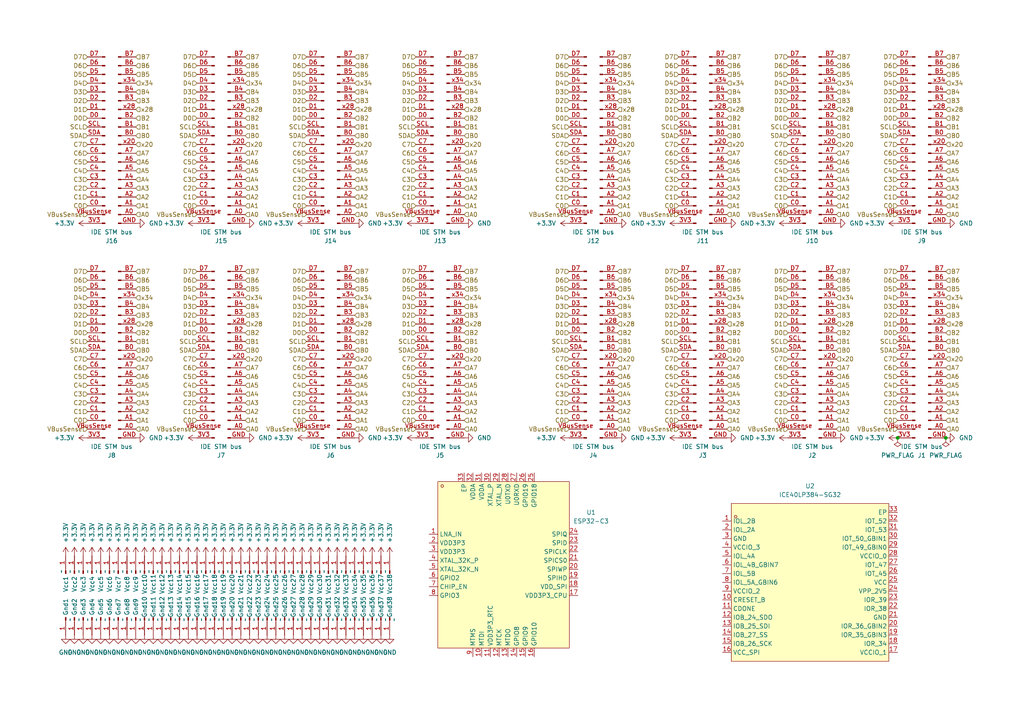
<source format=kicad_sch>
(kicad_sch (version 20231120) (generator "eeschema") (generator_version "8.0")
  (paper "A4")
  (junction (at 274.32 127))
  (junction (at 260.35 127))
  (hierarchical_label "B3" (shape input) (at 71.12 91.44 0))
  (hierarchical_label "D0" (shape input) (at 88.9 34.29 180))
  (hierarchical_label "C5" (shape input) (at 25.4 109.22 180))
  (hierarchical_label "D1" (shape input) (at 57.15 31.75 180))
  (hierarchical_label "A4" (shape input) (at 242.57 114.3 0))
  (hierarchical_label "B4" (shape input) (at -7.62 21.59 0))
  (hierarchical_label "A6" (shape input) (at 102.87 109.22 0))
  (hierarchical_label "A3" (shape input) (at 274.32 116.84 0))
  (hierarchical_label "D2" (shape input) (at 165.1 29.21 180))
  (hierarchical_label "x34" (shape input) (at 71.12 86.36 0))
  (hierarchical_label "D1" (shape input) (at -21.59 26.67 180))
  (hierarchical_label "D7" (shape input) (at 260.35 78.74 180))
  (hierarchical_label "D4" (shape input) (at 25.4 86.36 180))
  (hierarchical_label "A1" (shape input) (at 134.62 121.92 0))
  (hierarchical_label "A1" (shape input) (at 102.87 59.69 0))
  (hierarchical_label "A2" (shape input) (at 210.82 57.15 0))
  (hierarchical_label "B6" (shape input) (at 179.07 19.05 0))
  (hierarchical_label "C7" (shape input) (at 88.9 104.14 180))
  (hierarchical_label "D1" (shape input) (at 228.6 93.98 180))
  (hierarchical_label "D7" (shape input) (at 57.15 16.51 180))
  (hierarchical_label "C6" (shape input) (at 228.6 106.68 180))
  (hierarchical_label "x20" (shape input) (at 242.57 41.91 0))
  (hierarchical_label "SCL" (shape input) (at 57.15 36.83 180))
  (hierarchical_label "D7" (shape input) (at 228.6 78.74 180))
  (hierarchical_label "D2" (shape input) (at 57.15 91.44 180))
  (hierarchical_label "C5" (shape input) (at 228.6 46.99 180))
  (hierarchical_label "A7" (shape input) (at 102.87 44.45 0))
  (hierarchical_label "VBusSense" (shape input) (at 228.6 62.23 180))
  (hierarchical_label "SCL" (shape input) (at 196.85 99.06 180))
  (hierarchical_label "D6" (shape input) (at 120.65 81.28 180))
  (hierarchical_label "B7" (shape input) (at 39.37 16.51 0))
  (hierarchical_label "A4" (shape input) (at 210.82 52.07 0))
  (hierarchical_label "C5" (shape input) (at 57.15 109.22 180))
  (hierarchical_label "C5" (shape input) (at 88.9 109.22 180))
  (hierarchical_label "A0" (shape input) (at 39.37 62.23 0))
  (hierarchical_label "A0" (shape input) (at 274.32 62.23 0))
  (hierarchical_label "D6" (shape input) (at 165.1 81.28 180))
  (hierarchical_label "B5" (shape input) (at 71.12 83.82 0))
  (hierarchical_label "C5" (shape input) (at 228.6 109.22 180))
  (hierarchical_label "A2" (shape input) (at 102.87 119.38 0))
  (hierarchical_label "x34" (shape input) (at 39.37 86.36 0))
  (hierarchical_label "C7" (shape input) (at 196.85 41.91 180))
  (hierarchical_label "B5" (shape input) (at -7.62 16.51 0))
  (hierarchical_label "A3" (shape input) (at 71.12 54.61 0))
  (hierarchical_label "C4" (shape input) (at 228.6 49.53 180))
  (hierarchical_label "C3" (shape input) (at 88.9 52.07 180))
  (hierarchical_label "B3" (shape input) (at 71.12 29.21 0))
  (hierarchical_label "A2" (shape input) (at 39.37 119.38 0))
  (hierarchical_label "SDA" (shape input) (at 260.35 101.6 180))
  (hierarchical_label "C1" (shape input) (at 88.9 57.15 180))
  (hierarchical_label "D5" (shape input) (at 25.4 83.82 180))
  (hierarchical_label "A6" (shape input) (at 39.37 109.22 0))
  (hierarchical_label "B1" (shape input) (at 39.37 99.06 0))
  (hierarchical_label "C6" (shape input) (at 196.85 106.68 180))
  (hierarchical_label "A4" (shape input) (at 210.82 114.3 0))
  (hierarchical_label "B3" (shape input) (at 134.62 91.44 0))
  (hierarchical_label "B3" (shape input) (at 39.37 29.21 0))
  (hierarchical_label "D1" (shape input) (at 165.1 93.98 180))
  (hierarchical_label "A5" (shape input) (at 39.37 49.53 0))
  (hierarchical_label "B4" (shape input) (at 274.32 26.67 0))
  (hierarchical_label "C0" (shape input) (at 165.1 121.92 180))
  (hierarchical_label "B6" (shape input) (at -7.62 13.97 0))
  (hierarchical_label "D4" (shape input) (at 120.65 86.36 180))
  (hierarchical_label "B0" (shape input) (at 210.82 101.6 0))
  (hierarchical_label "C6" (shape input) (at 88.9 44.45 180))
  (hierarchical_label "A7" (shape input) (at 210.82 44.45 0))
  (hierarchical_label "C4" (shape input) (at 120.65 111.76 180))
  (hierarchical_label "A0" (shape input) (at 71.12 62.23 0))
  (hierarchical_label "A0" (shape input) (at 102.87 124.46 0))
  (hierarchical_label "A2" (shape input) (at 274.32 57.15 0))
  (hierarchical_label "B5" (shape input) (at 210.82 83.82 0))
  (hierarchical_label "x20" (shape input) (at 39.37 104.14 0))
  (hierarchical_label "C1" (shape input) (at 228.6 119.38 180))
  (hierarchical_label "A5" (shape input) (at 102.87 111.76 0))
  (hierarchical_label "C0" (shape input) (at -21.59 54.61 180))
  (hierarchical_label "B3" (shape input) (at 210.82 29.21 0))
  (hierarchical_label "D2" (shape input) (at 260.35 29.21 180))
  (hierarchical_label "C4" (shape input) (at 196.85 111.76 180))
  (hierarchical_label "A3" (shape input) (at 179.07 116.84 0))
  (hierarchical_label "B2" (shape input) (at -7.62 29.21 0))
  (hierarchical_label "B2" (shape input) (at 134.62 34.29 0))
  (hierarchical_label "D5" (shape input) (at 88.9 21.59 180))
  (hierarchical_label "B2" (shape input) (at 39.37 34.29 0))
  (hierarchical_label "B1" (shape input) (at 274.32 36.83 0))
  (hierarchical_label "D7" (shape input) (at 165.1 78.74 180))
  (hierarchical_label "C7" (shape input) (at 196.85 104.14 180))
  (hierarchical_label "D0" (shape input) (at 57.15 34.29 180))
  (hierarchical_label "A2" (shape input) (at 242.57 119.38 0))
  (hierarchical_label "B0" (shape input) (at 242.57 101.6 0))
  (hierarchical_label "D4" (shape input) (at 88.9 86.36 180))
  (hierarchical_label "B1" (shape input) (at 134.62 36.83 0))
  (hierarchical_label "D5" (shape input) (at 165.1 21.59 180))
  (hierarchical_label "D5" (shape input) (at 88.9 83.82 180))
  (hierarchical_label "D7" (shape input) (at 196.85 16.51 180))
  (hierarchical_label "x28" (shape input) (at 134.62 93.98 0))
  (hierarchical_label "D0" (shape input) (at 228.6 34.29 180))
  (hierarchical_label "C3" (shape input) (at 196.85 52.07 180))
  (hierarchical_label "x20" (shape input) (at 134.62 104.14 0))
  (hierarchical_label "x20" (shape input) (at 274.32 41.91 0))
  (hierarchical_label "D1" (shape input) (at 120.65 31.75 180))
  (hierarchical_label "B0" (shape input) (at 274.32 39.37 0))
  (hierarchical_label "C7" (shape input) (at 25.4 104.14 180))
  (hierarchical_label "C4" (shape input) (at 88.9 111.76 180))
  (hierarchical_label "A2" (shape input) (at 179.07 57.15 0))
  (hierarchical_label "D7" (shape input) (at 57.15 78.74 180))
  (hierarchical_label "D0" (shape input) (at 228.6 96.52 180))
  (hierarchical_label "B7" (shape input) (at 134.62 78.74 0))
  (hierarchical_label "A6" (shape input) (at 179.07 109.22 0))
  (hierarchical_label "C5" (shape input) (at 196.85 109.22 180))
  (hierarchical_label "x20" (shape input) (at 210.82 41.91 0))
  (hierarchical_label "SCL" (shape input) (at 165.1 36.83 180))
  (hierarchical_label "SCL" (shape input) (at 120.65 99.06 180))
  (hierarchical_label "B0" (shape input) (at 71.12 101.6 0))
  (hierarchical_label "B5" (shape input) (at 179.07 21.59 0))
  (hierarchical_label "SDA" (shape input) (at 57.15 39.37 180))
  (hierarchical_label "B4" (shape input) (at 71.12 88.9 0))
  (hierarchical_label "VBusSense" (shape input) (at 120.65 124.46 180))
  (hierarchical_label "SDA" (shape input) (at 260.35 39.37 180))
  (hierarchical_label "C1" (shape input) (at 260.35 57.15 180))
  (hierarchical_label "C0" (shape input) (at 228.6 121.92 180))
  (hierarchical_label "SCL" (shape input) (at 260.35 99.06 180))
  (hierarchical_label "SDA" (shape input) (at -21.59 34.29 180))
  (hierarchical_label "x20" (shape input) (at 210.82 104.14 0))
  (hierarchical_label "A5" (shape input) (at 242.57 49.53 0))
  (hierarchical_label "A6" (shape input) (at 71.12 109.22 0))
  (hierarchical_label "x28" (shape input) (at 102.87 31.75 0))
  (hierarchical_label "VBusSense" (shape input) (at 165.1 124.46 180))
  (hierarchical_label "B7" (shape input) (at 274.32 16.51 0))
  (hierarchical_label "VBusSense" (shape input) (at 88.9 124.46 180))
  (hierarchical_label "A3" (shape input) (at 179.07 54.61 0))
  (hierarchical_label "x28" (shape input) (at 179.07 93.98 0))
  (hierarchical_label "D2" (shape input) (at -21.59 24.13 180))
  (hierarchical_label "x34" (shape input) (at 242.57 86.36 0))
  (hierarchical_label "B4" (shape input) (at 71.12 26.67 0))
  (hierarchical_label "C0" (shape input) (at 120.65 59.69 180))
  (hierarchical_label "B2" (shape input) (at 102.87 34.29 0))
  (hierarchical_label "C5" (shape input) (at 25.4 46.99 180))
  (hierarchical_label "D6" (shape input) (at 57.15 19.05 180))
  (hierarchical_label "A7" (shape input) (at 71.12 106.68 0))
  (hierarchical_label "C2" (shape input) (at 120.65 54.61 180))
  (hierarchical_label "C3" (shape input) (at 196.85 114.3 180))
  (hierarchical_label "B5" (shape input) (at 102.87 21.59 0))
  (hierarchical_label "SDA" (shape input) (at 120.65 101.6 180))
  (hierarchical_label "C7" (shape input) (at 88.9 41.91 180))
  (hierarchical_label "D2" (shape input) (at 228.6 91.44 180))
  (hierarchical_label "A7" (shape input) (at 102.87 106.68 0))
  (hierarchical_label "A0" (shape input) (at 210.82 124.46 0))
  (hierarchical_label "x34" (shape input) (at 210.82 24.13 0))
  (hierarchical_label "C4" (shape input) (at 196.85 49.53 180))
  (hierarchical_label "A5" (shape input) (at 179.07 49.53 0))
  (hierarchical_label "D3" (shape input) (at 25.4 88.9 180))
  (hierarchical_label "A0" (shape input) (at 179.07 124.46 0))
  (hierarchical_label "D3" (shape input) (at 88.9 26.67 180))
  (hierarchical_label "B1" (shape input) (at 39.37 36.83 0))
  (hierarchical_label "B7" (shape input) (at -7.62 11.43 0))
  (hierarchical_label "B0" (shape input) (at 179.07 39.37 0))
  (hierarchical_label "C6" (shape input) (at 165.1 106.68 180))
  (hierarchical_label "D1" (shape input) (at 260.35 31.75 180))
  (hierarchical_label "C4" (shape input) (at 260.35 49.53 180))
  (hierarchical_label "A6" (shape input) (at 179.07 46.99 0))
  (hierarchical_label "A6" (shape input) (at 134.62 109.22 0))
  (hierarchical_label "D2" (shape input) (at 165.1 91.44 180))
  (hierarchical_label "x34" (shape input) (at 134.62 24.13 0))
  (hierarchical_label "SDA" (shape input) (at 88.9 101.6 180))
  (hierarchical_label "D7" (shape input) (at 88.9 78.74 180))
  (hierarchical_label "C2" (shape input) (at 196.85 54.61 180))
  (hierarchical_label "x28" (shape input) (at 242.57 31.75 0))
  (hierarchical_label "A4" (shape input) (at -7.62 46.99 0))
  (hierarchical_label "A6" (shape input) (at 134.62 46.99 0))
  (hierarchical_label "B7" (shape input) (at 134.62 16.51 0))
  (hierarchical_label "D1" (shape input) (at 88.9 31.75 180))
  (hierarchical_label "D1" (shape input) (at 165.1 31.75 180))
  (hierarchical_label "D5" (shape input) (at 120.65 21.59 180))
  (hierarchical_label "C2" (shape input) (at 57.15 54.61 180))
  (hierarchical_label "A0" (shape input) (at 242.57 62.23 0))
  (hierarchical_label "D2" (shape input) (at 57.15 29.21 180))
  (hierarchical_label "D4" (shape input) (at 196.85 24.13 180))
  (hierarchical_label "D2" (shape input) (at 228.6 29.21 180))
  (hierarchical_label "B2" (shape input) (at 210.82 96.52 0))
  (hierarchical_label "A1" (shape input) (at -7.62 54.61 0))
  (hierarchical_label "x34" (shape input) (at 179.07 86.36 0))
  (hierarchical_label "D2" (shape input) (at 196.85 91.44 180))
  (hierarchical_label "B1" (shape input) (at 134.62 99.06 0))
  (hierarchical_label "B5" (shape input) (at 274.32 83.82 0))
  (hierarchical_label "D3" (shape input) (at 165.1 26.67 180))
  (hierarchical_label "B4" (shape input) (at 102.87 26.67 0))
  (hierarchical_label "B0" (shape input) (at 210.82 39.37 0))
  (hierarchical_label "C7" (shape input) (at 57.15 104.14 180))
  (hierarchical_label "A7" (shape input) (at 39.37 44.45 0))
  (hierarchical_label "C1" (shape input) (at 57.15 119.38 180))
  (hierarchical_label "A1" (shape input) (at 39.37 121.92 0))
  (hierarchical_label "VBusSense" (shape input) (at 165.1 62.23 180))
  (hierarchical_label "D4" (shape input) (at 228.6 24.13 180))
  (hierarchical_label "C6" (shape input) (at 165.1 44.45 180))
  (hierarchical_label "SCL" (shape input) (at 120.65 36.83 180))
  (hierarchical_label "B6" (shape input) (at 274.32 19.05 0))
  (hierarchical_label "B6" (shape input) (at 210.82 19.05 0))
  (hierarchical_label "x20" (shape input) (at -7.62 36.83 0))
  (hierarchical_label "B6" (shape input) (at 102.87 19.05 0))
  (hierarchical_label "D7" (shape input) (at 260.35 16.51 180))
  (hierarchical_label "A6" (shape input) (at 242.57 46.99 0))
  (hierarchical_label "C4" (shape input) (at -21.59 44.45 180))
  (hierarchical_label "A6" (shape input) (at 274.32 46.99 0))
  (hierarchical_label "B5" (shape input) (at 71.12 21.59 0))
  (hierarchical_label "C6" (shape input) (at 88.9 106.68 180))
  (hierarchical_label "D4" (shape input) (at 260.35 86.36 180))
  (hierarchical_label "B5" (shape input) (at 134.62 83.82 0))
  (hierarchical_label "A4" (shape input) (at 134.62 114.3 0))
  (hierarchical_label "C7" (shape input) (at 228.6 41.91 180))
  (hierarchical_label "B3" (shape input) (at 39.37 91.44 0))
  (hierarchical_label "D1" (shape input) (at 25.4 93.98 180))
  (hierarchical_label "C3" (shape input) (at -21.59 46.99 180))
  (hierarchical_label "SCL" (shape input) (at 88.9 36.83 180))
  (hierarchical_label "A2" (shape input) (at 102.87 57.15 0))
  (hierarchical_label "x34" (shape input) (at 210.82 86.36 0))
  (hierarchical_label "SDA" (shape input) (at 120.65 39.37 180))
  (hierarchical_label "A5" (shape input) (at 274.32 111.76 0))
  (hierarchical_label "SCL" (shape input) (at 57.15 99.06 180))
  (hierarchical_label "B6" (shape input) (at 134.62 81.28 0))
  (hierarchical_label "x20" (shape input) (at 274.32 104.14 0))
  (hierarchical_label "SDA" (shape input) (at 25.4 39.37 180))
  (hierarchical_label "D6" (shape input) (at 25.4 81.28 180))
  (hierarchical_label "B5" (shape input) (at 274.32 21.59 0))
  (hierarchical_label "B2" (shape input) (at 102.87 96.52 0))
  (hierarchical_label "B4" (shape input) (at 242.57 26.67 0))
  (hierarchical_label "B1" (shape input) (at 210.82 36.83 0))
  (hierarchical_label "SCL" (shape input) (at 25.4 99.06 180))
  (hierarchical_label "A3" (shape input) (at 242.57 116.84 0))
  (hierarchical_label "x28" (shape input) (at 210.82 93.98 0))
  (hierarchical_label "C4" (shape input) (at 88.9 49.53 180))
  (hierarchical_label "D5" (shape input) (at 228.6 83.82 180))
  (hierarchical_label "C1" (shape input) (at 196.85 57.15 180))
  (hierarchical_label "B2" (shape input) (at 179.07 34.29 0))
  (hierarchical_label "A3" (shape input) (at 102.87 54.61 0))
  (hierarchical_label "x20" (shape input) (at 102.87 41.91 0))
  (hierarchical_label "A6" (shape input) (at -7.62 41.91 0))
  (hierarchical_label "C5" (shape input) (at 165.1 46.99 180))
  (hierarchical_label "SDA" (shape input) (at 165.1 39.37 180))
  (hierarchical_label "C3" (shape input) (at 228.6 114.3 180))
  (hierarchical_label "B6" (shape input) (at 39.37 19.05 0))
  (hierarchical_label "D5" (shape input) (at 228.6 21.59 180))
  (hierarchical_label "B7" (shape input) (at 210.82 16.51 0))
  (hierarchical_label "C0" (shape input) (at 196.85 59.69 180))
  (hierarchical_label "A2" (shape input) (at 134.62 119.38 0))
  (hierarchical_label "x28" (shape input) (at 102.87 93.98 0))
  (hierarchical_label "x28" (shape input) (at 134.62 31.75 0))
  (hierarchical_label "D2" (shape input) (at 88.9 29.21 180))
  (hierarchical_label "B1" (shape input) (at 71.12 99.06 0))
  (hierarchical_label "B0" (shape input) (at 71.12 39.37 0))
  (hierarchical_label "A2" (shape input) (at 71.12 57.15 0))
  (hierarchical_label "D3" (shape input) (at 165.1 88.9 180))
  (hierarchical_label "D4" (shape input) (at 88.9 24.13 180))
  (hierarchical_label "B7" (shape input) (at 39.37 78.74 0))
  (hierarchical_label "A3" (shape input) (at 210.82 54.61 0))
  (hierarchical_label "C5" (shape input) (at 57.15 46.99 180))
  (hierarchical_label "A2" (shape input) (at 39.37 57.15 0))
  (hierarchical_label "A0" (shape input) (at 210.82 62.23 0))
  (hierarchical_label "D3" (shape input) (at 260.35 26.67 180))
  (hierarchical_label "x20" (shape input) (at 39.37 41.91 0))
  (hierarchical_label "B4" (shape input) (at 39.37 88.9 0))
  (hierarchical_label "B3" (shape input) (at 274.32 29.21 0))
  (hierarchical_label "B6" (shape input) (at 71.12 81.28 0))
  (hierarchical_label "C2" (shape input) (at 260.35 116.84 180))
  (hierarchical_label "B1" (shape input) (at 179.07 36.83 0))
  (hierarchical_label "A7" (shape input) (at 274.32 106.68 0))
  (hierarchical_label "D5" (shape input) (at 57.15 21.59 180))
  (hierarchical_label "x28" (shape input) (at 274.32 93.98 0))
  (hierarchical_label "C7" (shape input) (at 228.6 104.14 180))
  (hierarchical_label "B0" (shape input) (at 274.32 101.6 0))
  (hierarchical_label "A0" (shape input) (at 134.62 62.23 0))
  (hierarchical_label "C6" (shape input) (at 57.15 44.45 180))
  (hierarchical_label "A1" (shape input) (at 179.07 59.69 0))
  (hierarchical_label "SCL" (shape input) (at 228.6 36.83 180))
  (hierarchical_label "C4" (shape input) (at 228.6 111.76 180))
  (hierarchical_label "A1" (shape input) (at 71.12 121.92 0))
  (hierarchical_label "D1" (shape input) (at 88.9 93.98 180))
  (hierarchical_label "A5" (shape input) (at 274.32 49.53 0))
  (hierarchical_label "D6" (shape input) (at 120.65 19.05 180))
  (hierarchical_label "A4" (shape input) (at 39.37 52.07 0))
  (hierarchical_label "D7" (shape input) (at 25.4 16.51 180))
  (hierarchical_label "B2" (shape input) (at 179.07 96.52 0))
  (hierarchical_label "A1" (shape input) (at 134.62 59.69 0))
  (hierarchical_label "A6" (shape input) (at 210.82 109.22 0))
  (hierarchical_label "D0" (shape input) (at 165.1 96.52 180))
  (hierarchical_label "A5" (shape input) (at -7.62 44.45 0))
  (hierarchical_label "A3" (shape input) (at -7.62 49.53 0))
  (hierarchical_label "A1" (shape input) (at 210.82 59.69 0))
  (hierarchical_label "C5" (shape input) (at 120.65 46.99 180))
  (hierarchical_label "C6" (shape input) (at 260.35 44.45 180))
  (hierarchical_label "C6" (shape input) (at 57.15 106.68 180))
  (hierarchical_label "A6" (shape input) (at 210.82 46.99 0))
  (hierarchical_label "A3" (shape input) (at 210.82 116.84 0))
  (hierarchical_label "B3" (shape input) (at 210.82 91.44 0))
  (hierarchical_label "A4" (shape input) (at 242.57 52.07 0))
  (hierarchical_label "x28" (shape input) (at 210.82 31.75 0))
  (hierarchical_label "D5" (shape input) (at 25.4 21.59 180))
  (hierarchical_label "D4" (shape input) (at -21.59 19.05 180))
  (hierarchical_label "D0" (shape input) (at 165.1 34.29 180))
  (hierarchical_label "C6" (shape input) (at -21.59 39.37 180))
  (hierarchical_label "C3" (shape input) (at 57.15 52.07 180))
  (hierarchical_label "C1" (shape input) (at 260.35 119.38 180))
  (hierarchical_label "A5" (shape input) (at 210.82 49.53 0))
  (hierarchical_label "C2" (shape input) (at 260.35 54.61 180))
  (hierarchical_label "x34" (shape input) (at 242.57 24.13 0))
  (hierarchical_label "A7" (shape input) (at 134.62 44.45 0))
  (hierarchical_label "x28" (shape input) (at 39.37 31.75 0))
  (hierarchical_label "C0" (shape input) (at 57.15 59.69 180))
  (hierarchical_label "D4" (shape input) (at 228.6 86.36 180))
  (hierarchical_label "D4" (shape input) (at 165.1 24.13 180))
  (hierarchical_label "SCL" (shape input) (at 88.9 99.06 180))
  (hierarchical_label "C3" (shape input) (at 25.4 52.07 180))
  (hierarchical_label "B7" (shape input) (at 179.07 16.51 0))
  (hierarchical_label "VBusSense" (shape input) (at 196.85 124.46 180))
  (hierarchical_label "x34" (shape input) (at 39.37 24.13 0))
  (hierarchical_label "D5" (shape input) (at 196.85 83.82 180))
  (hierarchical_label "VBusSense" (shape input) (at 260.35 62.23 180))
  (hierarchical_label "A1" (shape input) (at 39.37 59.69 0))
  (hierarchical_label "D3" (shape input) (at 57.15 26.67 180))
  (hierarchical_label "A5" (shape input) (at 242.57 111.76 0))
  (hierarchical_label "SCL" (shape input) (at 228.6 99.06 180))
  (hierarchical_label "D2" (shape input) (at 88.9 91.44 180))
  (hierarchical_label "B2" (shape input) (at 134.62 96.52 0))
  (hierarchical_label "B6" (shape input) (at 102.87 81.28 0))
  (hierarchical_label "B5" (shape input) (at 242.57 21.59 0))
  (hierarchical_label "C0" (shape input) (at 260.35 121.92 180))
  (hierarchical_label "B4" (shape input) (at 102.87 88.9 0))
  (hierarchical_label "C2" (shape input) (at 120.65 116.84 180))
  (hierarchical_label "C1" (shape input) (at 25.4 57.15 180))
  (hierarchical_label "C5" (shape input) (at 88.9 46.99 180))
  (hierarchical_label "D1" (shape input) (at 57.15 93.98 180))
  (hierarchical_label "B2" (shape input) (at 71.12 34.29 0))
  (hierarchical_label "C1" (shape input) (at 120.65 57.15 180))
  (hierarchical_label "C5" (shape input) (at 260.35 109.22 180))
  (hierarchical_label "B0" (shape input) (at 242.57 39.37 0))
  (hierarchical_label "C7" (shape input) (at 165.1 104.14 180))
  (hierarchical_label "D4" (shape input) (at 57.15 24.13 180))
  (hierarchical_label "x28" (shape input) (at 274.32 31.75 0))
  (hierarchical_label "A7" (shape input) (at 71.12 44.45 0))
  (hierarchical_label "B5" (shape input) (at 242.57 83.82 0))
  (hierarchical_label "C2" (shape input) (at 25.4 116.84 180))
  (hierarchical_label "D4" (shape input) (at 57.15 86.36 180))
  (hierarchical_label "B4" (shape input) (at 179.07 88.9 0))
  (hierarchical_label "C0" (shape input) (at 120.65 121.92 180))
  (hierarchical_label "D6" (shape input) (at 88.9 81.28 180))
  (hierarchical_label "A0" (shape input) (at -7.62 57.15 0))
  (hierarchical_label "D6" (shape input) (at 25.4 19.05 180))
  (hierarchical_label "D0" (shape input) (at 57.15 96.52 180))
  (hierarchical_label "SDA" (shape input) (at 88.9 39.37 180))
  (hierarchical_label "D0" (shape input) (at 260.35 34.29 180))
  (hierarchical_label "A3" (shape input) (at 274.32 54.61 0))
  (hierarchical_label "C3" (shape input) (at 120.65 52.07 180))
  (hierarchical_label "A0" (shape input) (at 102.87 62.23 0))
  (hierarchical_label "D0" (shape input) (at 25.4 96.52 180))
  (hierarchical_label "A5" (shape input) (at 210.82 111.76 0))
  (hierarchical_label "B1" (shape input) (at 210.82 99.06 0))
  (hierarchical_label "C3" (shape input) (at 260.35 52.07 180))
  (hierarchical_label "C1" (shape input) (at 120.65 119.38 180))
  (hierarchical_label "VBusSense" (shape input) (at -21.59 57.15 180))
  (hierarchical_label "C2" (shape input) (at 228.6 54.61 180))
  (hierarchical_label "C3" (shape input) (at 228.6 52.07 180))
  (hierarchical_label "A4" (shape input) (at 134.62 52.07 0))
  (hierarchical_label "B4" (shape input) (at 210.82 26.67 0))
  (hierarchical_label "C0" (shape input) (at 88.9 59.69 180))
  (hierarchical_label "A5" (shape input) (at 134.62 49.53 0))
  (hierarchical_label "A0" (shape input) (at 134.62 124.46 0))
  (hierarchical_label "C4" (shape input) (at 165.1 49.53 180))
  (hierarchical_label "C3" (shape input) (at 120.65 114.3 180))
  (hierarchical_label "x20" (shape input) (at 242.57 104.14 0))
  (hierarchical_label "A1" (shape input) (at 71.12 59.69 0))
  (hierarchical_label "B7" (shape input) (at 102.87 16.51 0))
  (hierarchical_label "C1" (shape input) (at 57.15 57.15 180))
  (hierarchical_label "D7" (shape input) (at 196.85 78.74 180))
  (hierarchical_label "B6" (shape input) (at 242.57 81.28 0))
  (hierarchical_label "C1" (shape input) (at -21.59 52.07 180))
  (hierarchical_label "A0" (shape input) (at 274.32 124.46 0))
  (hierarchical_label "B4" (shape input) (at 210.82 88.9 0))
  (hierarchical_label "D0" (shape input) (at 120.65 34.29 180))
  (hierarchical_label "D7" (shape input) (at 120.65 78.74 180))
  (hierarchical_label "B3" (shape input) (at 242.57 29.21 0))
  (hierarchical_label "D6" (shape input) (at -21.59 13.97 180))
  (hierarchical_label "B7" (shape input) (at 179.07 78.74 0))
  (hierarchical_label "SCL" (shape input) (at -21.59 31.75 180))
  (hierarchical_label "x34" (shape input) (at 274.32 86.36 0))
  (hierarchical_label "B2" (shape input) (at 39.37 96.52 0))
  (hierarchical_label "D0" (shape input) (at -21.59 29.21 180))
  (hierarchical_label "VBusSense" (shape input) (at 57.15 124.46 180))
  (hierarchical_label "D1" (shape input) (at 228.6 31.75 180))
  (hierarchical_label "D3" (shape input) (at -21.59 21.59 180))
  (hierarchical_label "B1" (shape input) (at 179.07 99.06 0))
  (hierarchical_label "B4" (shape input) (at 134.62 26.67 0))
  (hierarchical_label "B1" (shape input) (at 274.32 99.06 0))
  (hierarchical_label "D3" (shape input) (at 260.35 88.9 180))
  (hierarchical_label "A1" (shape input) (at 179.07 121.92 0))
  (hierarchical_label "C6" (shape input) (at 260.35 106.68 180))
  (hierarchical_label "VBusSense" (shape input) (at 88.9 62.23 180))
  (hierarchical_label "D6" (shape input) (at 260.35 19.05 180))
  (hierarchical_label "B7" (shape input) (at 274.32 78.74 0))
  (hierarchical_label "A1" (shape input) (at 210.82 121.92 0))
  (hierarchical_label "B4" (shape input) (at 134.62 88.9 0))
  (hierarchical_label "C0" (shape input) (at 57.15 121.92 180))
  (hierarchical_label "A7" (shape input) (at -7.62 39.37 0))
  (hierarchical_label "B1" (shape input) (at -7.62 31.75 0))
  (hierarchical_label "A7" (shape input) (at 134.62 106.68 0))
  (hierarchical_label "B7" (shape input) (at 71.12 16.51 0))
  (hierarchical_label "C5" (shape input) (at -21.59 41.91 180))
  (hierarchical_label "C2" (shape input) (at -21.59 49.53 180))
  (hierarchical_label "A3" (shape input) (at 102.87 116.84 0))
  (hierarchical_label "x20" (shape input) (at 71.12 41.91 0))
  (hierarchical_label "A3" (shape input) (at 39.37 116.84 0))
  (hierarchical_label "B4" (shape input) (at 179.07 26.67 0))
  (hierarchical_label "A4" (shape input) (at 274.32 114.3 0))
  (hierarchical_label "B5" (shape input) (at 39.37 83.82 0))
  (hierarchical_label "D3" (shape input) (at 120.65 88.9 180))
  (hierarchical_label "B7" (shape input) (at 210.82 78.74 0))
  (hierarchical_label "C3" (shape input) (at 260.35 114.3 180))
  (hierarchical_label "A1" (shape input) (at 102.87 121.92 0))
  (hierarchical_label "D0" (shape input) (at 260.35 96.52 180))
  (hierarchical_label "x20" (shape input) (at 179.07 41.91 0))
  (hierarchical_label "D2" (shape input) (at 260.35 91.44 180))
  (hierarchical_label "A3" (shape input) (at 134.62 116.84 0))
  (hierarchical_label "B0" (shape input) (at 39.37 101.6 0))
  (hierarchical_label "D7" (shape input) (at 88.9 16.51 180))
  (hierarchical_label "D1" (shape input) (at 260.35 93.98 180))
  (hierarchical_label "C6" (shape input) (at 25.4 44.45 180))
  (hierarchical_label "D3" (shape input) (at 228.6 88.9 180))
  (hierarchical_label "x28" (shape input) (at 179.07 31.75 0))
  (hierarchical_label "D5" (shape input) (at 196.85 21.59 180))
  (hierarchical_label "D7" (shape input) (at 120.65 16.51 180))
  (hierarchical_label "x34" (shape input) (at 102.87 86.36 0))
  (hierarchical_label "D1" (shape input) (at 120.65 93.98 180))
  (hierarchical_label "B6" (shape input) (at 274.32 81.28 0))
  (hierarchical_label "D3" (shape input) (at 57.15 88.9 180))
  (hierarchical_label "D3" (shape input) (at 196.85 88.9 180))
  (hierarchical_label "D2" (shape input) (at 25.4 91.44 180))
  (hierarchical_label "D3" (shape input) (at 196.85 26.67 180))
  (hierarchical_label "A5" (shape input) (at 179.07 111.76 0))
  (hierarchical_label "D7" (shape input) (at 25.4 78.74 180))
  (hierarchical_label "VBusSense" (shape input) (at 196.85 62.23 180))
  (hierarchical_label "A3" (shape input) (at 134.62 54.61 0))
  (hierarchical_label "C7" (shape input) (at -21.59 36.83 180))
  (hierarchical_label "VBusSense" (shape input) (at 25.4 124.46 180))
  (hierarchical_label "SDA" (shape input) (at 165.1 101.6 180))
  (hierarchical_label "A2" (shape input) (at 71.12 119.38 0))
  (hierarchical_label "x34" (shape input) (at 102.87 24.13 0))
  (hierarchical_label "A3" (shape input) (at 39.37 54.61 0))
  (hierarchical_label "B5" (shape input) (at 102.87 83.82 0))
  (hierarchical_label "C6" (shape input) (at 25.4 106.68 180))
  (hierarchical_label "x34" (shape input) (at 274.32 24.13 0))
  (hierarchical_label "C4" (shape input) (at 120.65 49.53 180))
  (hierarchical_label "B1" (shape input) (at 242.57 99.06 0))
  (hierarchical_label "C4" (shape input) (at 57.15 111.76 180))
  (hierarchical_label "D5" (shape input) (at -21.59 16.51 180))
  (hierarchical_label "B5" (shape input) (at 134.62 21.59 0))
  (hierarchical_label "C5" (shape input) (at 196.85 46.99 180))
  (hierarchical_label "x34" (shape input) (at 179.07 24.13 0))
  (hierarchical_label "C6" (shape input) (at 120.65 106.68 180))
  (hierarchical_label "C0" (shape input) (at 88.9 121.92 180))
  (hierarchical_label "D0" (shape input) (at 120.65 96.52 180))
  (hierarchical_label "A6" (shape input) (at 102.87 46.99 0))
  (hierarchical_label "D4" (shape input) (at 25.4 24.13 180))
  (hierarchical_label "D3" (shape input) (at 25.4 26.67 180))
  (hierarchical_label "x20" (shape input) (at 134.62 41.91 0))
  (hierarchical_label "D1" (shape input) (at 196.85 31.75 180))
  (hierarchical_label "D6" (shape input) (at 228.6 19.05 180))
  (hierarchical_label "B2" (shape input) (at 274.32 96.52 0))
  (hierarchical_label "A5" (shape input) (at 71.12 111.76 0))
  (hierarchical_label "C7" (shape input) (at 120.65 104.14 180))
  (hierarchical_label "A4" (shape input) (at 102.87 114.3 0))
  (hierarchical_label "x20" (shape input) (at 179.07 104.14 0))
  (hierarchical_label "x34" (shape input) (at -7.62 19.05 0))
  (hierarchical_label "SDA" (shape input) (at 25.4 101.6 180))
  (hierarchical_label "D7" (shape input) (at 165.1 16.51 180))
  (hierarchical_label "B3" (shape input) (at 134.62 29.21 0))
  (hierarchical_label "B6" (shape input) (at 71.12 19.05 0))
  (hierarchical_label "A7" (shape input) (at 39.37 106.68 0))
  (hierarchical_label "A2" (shape input) (at 210.82 119.38 0))
  (hierarchical_label "SCL" (shape input) (at 25.4 36.83 180))
  (hierarchical_label "D1" (shape input) (at 25.4 31.75 180))
  (hierarchical_label "C7" (shape input) (at 120.65 41.91 180))
  (hierarchical_label "B2" (shape input) (at 210.82 34.29 0))
  (hierarchical_label "A6" (shape input) (at 71.12 46.99 0))
  (hierarchical_label "C2" (shape input) (at 25.4 54.61 180))
  (hierarchical_label "C0" (shape input) (at 165.1 59.69 180))
  (hierarchical_label "A1" (shape input) (at 242.57 59.69 0))
  (hierarchical_label "D3" (shape input) (at 228.6 26.67 180))
  (hierarchical_label "C0" (shape input) (at 25.4 59.69 180))
  (hierarchical_label "C6" (shape input) (at 228.6 44.45 180))
  (hierarchical_label "A4" (shape input) (at 71.12 114.3 0))
  (hierarchical_label "A7" (shape input) (at 242.57 44.45 0))
  (hierarchical_label "D2" (shape input) (at 120.65 29.21 180))
  (hierarchical_label "C2" (shape input) (at 196.85 116.84 180))
  (hierarchical_label "C7" (shape input) (at 25.4 41.91 180))
  (hierarchical_label "D0" (shape input) (at 88.9 96.52 180))
  (hierarchical_label "C1" (shape input) (at 88.9 119.38 180))
  (hierarchical_label "C4" (shape input) (at 57.15 49.53 180))
  (hierarchical_label "SDA" (shape input) (at 228.6 39.37 180))
  (hierarchical_label "B4" (shape input) (at 274.32 88.9 0))
  (hierarchical_label "A1" (shape input) (at 274.32 121.92 0))
  (hierarchical_label "SCL" (shape input) (at 196.85 36.83 180))
  (hierarchical_label "A0" (shape input) (at 179.07 62.23 0))
  (hierarchical_label "D7" (shape input) (at 228.6 16.51 180))
  (hierarchical_label "C4" (shape input) (at 165.1 111.76 180))
  (hierarchical_label "B0" (shape input) (at 39.37 39.37 0))
  (hierarchical_label "A7" (shape input) (at 179.07 106.68 0))
  (hierarchical_label "C2" (shape input) (at 88.9 116.84 180))
  (hierarchical_label "C3" (shape input) (at 57.15 114.3 180))
  (hierarchical_label "D2" (shape input) (at 25.4 29.21 180))
  (hierarchical_label "C3" (shape input) (at 88.9 114.3 180))
  (hierarchical_label "A6" (shape input) (at 242.57 109.22 0))
  (hierarchical_label "D7" (shape input) (at -21.59 11.43 180))
  (hierarchical_label "B0" (shape input) (at 179.07 101.6 0))
  (hierarchical_label "x28" (shape input) (at -7.62 26.67 0))
  (hierarchical_label "B5" (shape input) (at 179.07 83.82 0))
  (hierarchical_label "C2" (shape input) (at 88.9 54.61 180))
  (hierarchical_label "D6" (shape input) (at 260.35 81.28 180))
  (hierarchical_label "B3" (shape input) (at -7.62 24.13 0))
  (hierarchical_label "VBusSense" (shape input) (at 120.65 62.23 180))
  (hierarchical_label "D5" (shape input) (at 120.65 83.82 180))
  (hierarchical_label "C4" (shape input) (at 260.35 111.76 180))
  (hierarchical_label "VBusSense" (shape input) (at 260.35 124.46 180))
  (hierarchical_label "x28" (shape input) (at 71.12 93.98 0))
  (hierarchical_label "x28" (shape input) (at 39.37 93.98 0))
  (hierarchical_label "B0" (shape input) (at 134.62 39.37 0))
  (hierarchical_label "B0" (shape input) (at -7.62 34.29 0))
  (hierarchical_label "D4" (shape input) (at 120.65 24.13 180))
  (hierarchical_label "SDA" (shape input) (at 57.15 101.6 180))
  (hierarchical_label "B6" (shape input) (at 39.37 81.28 0))
  (hierarchical_label "B7" (shape input) (at 242.57 16.51 0))
  (hierarchical_label "D0" (shape input) (at 196.85 96.52 180))
  (hierarchical_label "C6" (shape input) (at 196.85 44.45 180))
  (hierarchical_label "B0" (shape input) (at 134.62 101.6 0))
  (hierarchical_label "SDA" (shape input) (at 228.6 101.6 180))
  (hierarchical_label "B6" (shape input) (at 179.07 81.28 0))
  (hierarchical_label "A3" (shape input) (at 242.57 54.61 0))
  (hierarchical_label "D3" (shape input) (at 88.9 88.9 180))
  (hierarchical_label "SCL" (shape input) (at 260.35 36.83 180))
  (hierarchical_label "B4" (shape input) (at 39.37 26.67 0))
  (hierarchical_label "B3" (shape input) (at 102.87 29.21 0))
  (hierarchical_label "C1" (shape input) (at 228.6 57.15 180))
  (hierarchical_label "A0" (shape input) (at 242.57 124.46 0))
  (hierarchical_label "A6" (shape input) (at 274.32 109.22 0))
  (hierarchical_label "B4" (shape input) (at 242.57 88.9 0))
  (hierarchical_label "A1" (shape input) (at 242.57 121.92 0))
  (hierarchical_label "C7" (shape input) (at 260.35 41.91 180))
  (hierarchical_label "D6" (shape input) (at 88.9 19.05 180))
  (hierarchical_label "SDA" (shape input) (at 196.85 101.6 180))
  (hierarchical_label "C3" (shape input) (at 25.4 114.3 180))
  (hierarchical_label "D1" (shape input) (at 196.85 93.98 180))
  (hierarchical_label "B3" (shape input) (at 179.07 29.21 0))
  (hierarchical_label "C6" (shape input) (at 120.65 44.45 180))
  (hierarchical_label "A4" (shape input) (at 71.12 52.07 0))
  (hierarchical_label "A7" (shape input) (at 242.57 106.68 0))
  (hierarchical_label "B6" (shape input) (at 134.62 19.05 0))
  (hierarchical_label "B0" (shape input) (at 102.87 39.37 0))
  (hierarchical_label "D6" (shape input) (at 57.15 81.28 180))
  (hierarchical_label "A4" (shape input) (at 274.32 52.07 0))
  (hierarchical_label "A2" (shape input) (at 274.32 119.38 0))
  (hierarchical_label "C4" (shape input) (at 25.4 49.53 180))
  (hierarchical_label "C7" (shape input) (at 165.1 41.91 180))
  (hierarchical_label "A5" (shape input) (at 71.12 49.53 0))
  (hierarchical_label "B5" (shape input) (at 39.37 21.59 0))
  (hierarchical_label "D3" (shape input) (at 120.65 26.67 180))
  (hierarchical_label "A2" (shape input) (at 179.07 119.38 0))
  (hierarchical_label "B2" (shape input) (at 242.57 96.52 0))
  (hierarchical_label "B6" (shape input) (at 210.82 81.28 0))
  (hierarchical_label "C2" (shape input) (at 165.1 116.84 180))
  (hierarchical_label "B7" (shape input) (at 242.57 78.74 0))
  (hierarchical_label "C0" (shape input) (at 260.35 59.69 180))
  (hierarchical_label "C2" (shape input) (at 57.15 116.84 180))
  (hierarchical_label "A2" (shape input) (at -7.62 52.07 0))
  (hierarchical_label "D4" (shape input) (at 165.1 86.36 180))
  (hierarchical_label "B1" (shape input) (at 71.12 36.83 0))
  (hierarchical_label "B1" (shape input) (at 102.87 36.83 0))
  (hierarchical_label "C3" (shape input) (at 165.1 52.07 180))
  (hierarchical_label "D4" (shape input) (at 196.85 86.36 180))
  (hierarchical_label "x28" (shape input) (at 242.57 93.98 0))
  (hierarchical_label "VBusSense" (shape input) (at 57.15 62.23 180))
  (hierarchical_label "x20" (shape input) (at 71.12 104.14 0))
  (hierarchical_label "A5" (shape input) (at 39.37 111.76 0))
  (hierarchical_label "C1" (shape input) (at 25.4 119.38 180))
  (hierarchical_label "C0" (shape input) (at 25.4 121.92 180))
  (hierarchical_label "D5" (shape input) (at 260.35 21.59 180))
  (hierarchical_label "A7" (shape input) (at 274.32 44.45 0))
  (hierarchical_label "A1" (shape input) (at 274.32 59.69 0))
  (hierarchical_label "D5" (shape input) (at 165.1 83.82 180))
  (hierarchical_label "B1" (shape input) (at 242.57 36.83 0))
  (hierarchical_label "D6" (shape input) (at 196.85 19.05 180))
  (hierarchical_label "C7" (shape input) (at 260.35 104.14 180))
  (hierarchical_label "C0" (shape input) (at 196.85 121.92 180))
  (hierarchical_label "A2" (shape input) (at 242.57 57.15 0))
  (hierarchical_label "B7" (shape input) (at 102.87 78.74 0))
  (hierarchical_label "A4" (shape input) (at 102.87 52.07 0))
  (hierarchical_label "B6" (shape input) (at 242.57 19.05 0))
  (hierarchical_label "C1" (shape input) (at 165.1 57.15 180))
  (hierarchical_label "x34" (shape input) (at 71.12 24.13 0))
  (hierarchical_label "C5" (shape input) (at 165.1 109.22 180))
  (hierarchical_label "A6" (shape input) (at 39.37 46.99 0))
  (hierarchical_label "D0" (shape input) (at 25.4 34.29 180))
  (hierarchical_label "VBusSense" (shape input) (at 228.6 124.46 180))
  (hierarchical_label "B2" (shape input) (at 274.32 34.29 0))
  (hierarchical_label "A3" (shape input) (at 71.12 116.84 0))
  (hierarchical_label "B3" (shape input) (at 179.07 91.44 0))
  (hierarchical_label "A4" (shape input) (at 179.07 114.3 0))
  (hierarchical_label "C4" (shape input) (at 25.4 111.76 180))
  (hierarchical_label "x28" (shape input) (at 71.12 31.75 0))
  (hierarchical_label "C1" (shape input) (at 196.85 119.38 180))
  (hierarchical_label "C5" (shape input) (at 260.35 46.99 180))
  (hierarchical_label "A0" (shape input) (at 39.37 124.46 0))
  (hierarchical_label "SCL" (shape input) (at 165.1 99.06 180))
  (hierarchical_label "D0" (shape input) (at 196.85 34.29 180))
  (hierarchical_label "A7" (shape input) (at 210.82 106.68 0))
  (hierarchical_label "C2" (shape input) (at 165.1 54.61 180))
  (hierarchical_label "B2" (shape input) (at 71.12 96.52 0))
  (hierarchical_label "D6" (shape input) (at 228.6 81.28 180))
  (hierarchical_label "A7" (shape input) (at 179.07 44.45 0))
  (hierarchical_label "D5" (shape input) (at 260.35 83.82 180))
  (hierarchical_label "C3" (shape input) (at 165.1 114.3 180))
  (hierarchical_label "D6" (shape input) (at 196.85 81.28 180))
  (hierarchical_label "A5" (shape input) (at 102.87 49.53 0))
  (hierarchical_label "D2" (shape input) (at 196.85 29.21 180))
  (hierarchical_label "x20" (shape input) (at 102.87 104.14 0))
  (hierarchical_label "A2" (shape input) (at 134.62 57.15 0))
  (hierarchical_label "A0" (shape input) (at 71.12 124.46 0))
  (hierarchical_label "B5" (shape input) (at 210.82 21.59 0))
  (hierarchical_label "B3" (shape input) (at 102.87 91.44 0))
  (hierarchical_label "C0" (shape input) (at 228.6 59.69 180))
  (hierarchical_label "D6" (shape input) (at 165.1 19.05 180))
  (hierarchical_label "B7" (shape input) (at 71.12 78.74 0))
  (hierarchical_label "D5" (shape input) (at 57.15 83.82 180))
  (hierarchical_label "C2" (shape input) (at 228.6 116.84 180))
  (hierarchical_label "B2" (shape input) (at 242.57 34.29 0))
  (hierarchical_label "B1" (shape input) (at 102.87 99.06 0))
  (hierarchical_label "C5" (shape input) (at 120.65 109.22 180))
  (hierarchical_label "SDA" (shape input) (at 196.85 39.37 180))
  (hierarchical_label "D2" (shape input) (at 120.65 91.44 180))
  (hierarchical_label "x34" (shape input) (at 134.62 86.36 0))
  (hierarchical_label "A5" (shape input) (at 134.62 111.76 0))
  (hierarchical_label "VBusSense" (shape input) (at 25.4 62.23 180))
  (hierarchical_label "B3" (shape input) (at 242.57 91.44 0))
  (hierarchical_label "B3" (shape input) (at 274.32 91.44 0))
  (hierarchical_label "A4" (shape input) (at 179.07 52.07 0))
  (hierarchical_label "C7" (shape input) (at 57.15 41.91 180))
  (hierarchical_label "A4" (shape input) (at 39.37 114.3 0))
  (hierarchical_label "C1" (shape input) (at 165.1 119.38 180))
  (hierarchical_label "D4" (shape input) (at 260.35 24.13 180))
  (hierarchical_label "B0" (shape input) (at 102.87 101.6 0))
  (symbol (lib_id "base:PTH") (at 31.75 161.29 90) (unit 1) (in_bom no)
    (property "Reference" "Vcc6" (at 31.75 169.418 0))
    (property "Value" "~" (at 30.48 165.735 0))
    (property "Footprint" "base:PTH 1.7mm" (effects (hide yes)))
  )
  (symbol (lib_id "base:PTH") (at 87.63 161.29 90) (unit 1) (in_bom no)
    (property "Reference" "Vcc28" (at 87.63 169.418 0))
    (property "Value" "~" (at 86.36 165.735 0))
    (property "Footprint" "base:PTH 1.7mm" (effects (hide yes)))
  )
  (symbol (lib_id "power:GND") (at 274.32 64.77 90) (unit 1)
    (property "Reference" "#PWR017" (effects (hide yes)))
    (property "Value" "GND" (at 278.13 64.7701 90) (effects (justify right)))
    (property "Description" "Power symbol creates a global label with name \"GND\" , ground" (effects (hide yes)))
  )
  (symbol (lib_id "power:GND") (at 19.05 184.15 0) (unit 1)
    (property "Reference" "#PWR077" (effects (hide yes)))
    (property "Value" "GND" (at 19.05 189.23 0))
    (property "Description" "Power symbol creates a global label with name \"GND\" , ground" (effects (hide yes)))
  )
  (symbol (lib_id "ribbon:IDE STM bus") (at 120.65 127 180) (unit 1)
    (property "Reference" "J5" (at 127.635 132.08 0))
    (property "Value" "IDE STM bus" (at 127.635 129.54 0))
    (property "Footprint" "ribbon:IDE STM bus" (effects (hide yes)))
    (property "Description" "Generic connector, double row, 02x20, odd/even pin numbering scheme (row 1 odd numbers, row 2 even numbers), script generated (kicad-library-utils/schlib/autogen/connector/)" (effects (hide yes)))
  )
  (symbol (lib_id "base:PTH") (at 39.37 184.15 270) (unit 1) (in_bom no)
    (property "Reference" "Gnd9" (at 39.37 176.022 0))
    (property "Value" "~" (at 40.64 179.705 0))
    (property "Footprint" "base:PTH 1.7mm" (effects (hide yes)))
  )
  (symbol (lib_id "power:+3.3V") (at 85.09 161.29 0) (unit 1)
    (property "Reference" "#PWR065" (effects (hide yes)))
    (property "Value" "+3.3V" (at 85.0899 157.48 90) (effects (justify left)))
    (property "Description" "Power symbol creates a global label with name \"+3.3V\"" (effects (hide yes)))
  )
  (symbol (lib_id "power:GND") (at 46.99 184.15 0) (unit 1)
    (property "Reference" "#PWR088" (effects (hide yes)))
    (property "Value" "GND" (at 46.99 189.23 0))
    (property "Description" "Power symbol creates a global label with name \"GND\" , ground" (effects (hide yes)))
  )
  (symbol (lib_id "power:GND") (at 77.47 184.15 0) (unit 1)
    (property "Reference" "#PWR0100" (effects (hide yes)))
    (property "Value" "GND" (at 77.47 189.23 0))
    (property "Description" "Power symbol creates a global label with name \"GND\" , ground" (effects (hide yes)))
  )
  (symbol (lib_id "power:GND") (at 39.37 127 90) (unit 1)
    (property "Reference" "#PWR015" (effects (hide yes)))
    (property "Value" "GND" (at 43.18 127.0001 90) (effects (justify right)))
    (property "Description" "Power symbol creates a global label with name \"GND\" , ground" (effects (hide yes)))
  )
  (symbol (lib_id "base:PTH") (at 107.95 161.29 90) (unit 1) (in_bom no)
    (property "Reference" "Vcc36" (at 107.95 169.418 0))
    (property "Value" "~" (at 106.68 165.735 0))
    (property "Footprint" "base:PTH 1.7mm" (effects (hide yes)))
  )
  (symbol (lib_id "power:+3.3V") (at 69.85 161.29 0) (unit 1)
    (property "Reference" "#PWR059" (effects (hide yes)))
    (property "Value" "+3.3V" (at 69.8499 157.48 90) (effects (justify left)))
    (property "Description" "Power symbol creates a global label with name \"+3.3V\"" (effects (hide yes)))
  )
  (symbol (lib_id "power:GND") (at 72.39 184.15 0) (unit 1)
    (property "Reference" "#PWR098" (effects (hide yes)))
    (property "Value" "GND" (at 72.39 189.23 0))
    (property "Description" "Power symbol creates a global label with name \"GND\" , ground" (effects (hide yes)))
  )
  (symbol (lib_id "power:+3.3V") (at 54.61 161.29 0) (unit 1)
    (property "Reference" "#PWR053" (effects (hide yes)))
    (property "Value" "+3.3V" (at 54.6099 157.48 90) (effects (justify left)))
    (property "Description" "Power symbol creates a global label with name \"+3.3V\"" (effects (hide yes)))
  )
  (symbol (lib_id "power:+3.3V") (at 39.37 161.29 0) (unit 1)
    (property "Reference" "#PWR047" (effects (hide yes)))
    (property "Value" "+3.3V" (at 39.3699 157.48 90) (effects (justify left)))
    (property "Description" "Power symbol creates a global label with name \"+3.3V\"" (effects (hide yes)))
  )
  (symbol (lib_id "base:PTH") (at 92.71 184.15 270) (unit 1) (in_bom no)
    (property "Reference" "Gnd30" (at 92.71 176.022 0))
    (property "Value" "~" (at 93.98 179.705 0))
    (property "Footprint" "base:PTH 1.7mm" (effects (hide yes)))
  )
  (symbol (lib_id "power:+3.3V") (at 44.45 161.29 0) (unit 1)
    (property "Reference" "#PWR049" (effects (hide yes)))
    (property "Value" "+3.3V" (at 44.4499 157.48 90) (effects (justify left)))
    (property "Description" "Power symbol creates a global label with name \"+3.3V\"" (effects (hide yes)))
  )
  (symbol (lib_id "power:GND") (at 105.41 184.15 0) (unit 1)
    (property "Reference" "#PWR0111" (effects (hide yes)))
    (property "Value" "GND" (at 105.41 189.23 0))
    (property "Description" "Power symbol creates a global label with name \"GND\" , ground" (effects (hide yes)))
  )
  (symbol (lib_id "power:GND") (at 26.67 184.15 0) (unit 1)
    (property "Reference" "#PWR080" (effects (hide yes)))
    (property "Value" "GND" (at 26.67 189.23 0))
    (property "Description" "Power symbol creates a global label with name \"GND\" , ground" (effects (hide yes)))
  )
  (symbol (lib_id "base:PTH") (at 110.49 184.15 270) (unit 1) (in_bom no)
    (property "Reference" "Gnd37" (at 110.49 176.022 0))
    (property "Value" "~" (at 111.76 179.705 0))
    (property "Footprint" "base:PTH 1.7mm" (effects (hide yes)))
  )
  (symbol (lib_id "power:+3.3V") (at 80.01 161.29 0) (unit 1)
    (property "Reference" "#PWR063" (effects (hide yes)))
    (property "Value" "+3.3V" (at 80.0099 157.48 90) (effects (justify left)))
    (property "Description" "Power symbol creates a global label with name \"+3.3V\"" (effects (hide yes)))
  )
  (symbol (lib_id "base:PTH") (at 69.85 161.29 90) (unit 1) (in_bom no)
    (property "Reference" "Vcc21" (at 69.85 169.418 0))
    (property "Value" "~" (at 68.58 165.735 0))
    (property "Footprint" "base:PTH 1.7mm" (effects (hide yes)))
  )
  (symbol (lib_id "base:PTH") (at 49.53 161.29 90) (unit 1) (in_bom no)
    (property "Reference" "Vcc13" (at 49.53 169.418 0))
    (property "Value" "~" (at 48.26 165.735 0))
    (property "Footprint" "base:PTH 1.7mm" (effects (hide yes)))
  )
  (symbol (lib_id "power:GND") (at 54.61 184.15 0) (unit 1)
    (property "Reference" "#PWR091" (effects (hide yes)))
    (property "Value" "GND" (at 54.61 189.23 0))
    (property "Description" "Power symbol creates a global label with name \"GND\" , ground" (effects (hide yes)))
  )
  (symbol (lib_id "power:GND") (at 134.62 127 90) (unit 1)
    (property "Reference" "#PWR09" (effects (hide yes)))
    (property "Value" "GND" (at 138.43 127.0001 90) (effects (justify right)))
    (property "Description" "Power symbol creates a global label with name \"GND\" , ground" (effects (hide yes)))
  )
  (symbol (lib_id "power:GND") (at 87.63 184.15 0) (unit 1)
    (property "Reference" "#PWR0104" (effects (hide yes)))
    (property "Value" "GND" (at 87.63 189.23 0))
    (property "Description" "Power symbol creates a global label with name \"GND\" , ground" (effects (hide yes)))
  )
  (symbol (lib_id "base:PTH") (at 107.95 184.15 270) (unit 1) (in_bom no)
    (property "Reference" "Gnd36" (at 107.95 176.022 0))
    (property "Value" "~" (at 109.22 179.705 0))
    (property "Footprint" "base:PTH 1.7mm" (effects (hide yes)))
  )
  (symbol (lib_id "base:PTH") (at 102.87 184.15 270) (unit 1) (in_bom no)
    (property "Reference" "Gnd34" (at 102.87 176.022 0))
    (property "Value" "~" (at 104.14 179.705 0))
    (property "Footprint" "base:PTH 1.7mm" (effects (hide yes)))
  )
  (symbol (lib_id "base:PTH") (at 74.93 184.15 270) (unit 1) (in_bom no)
    (property "Reference" "Gnd23" (at 74.93 176.022 0))
    (property "Value" "~" (at 76.2 179.705 0))
    (property "Footprint" "base:PTH 1.7mm" (effects (hide yes)))
  )
  (symbol (lib_id "base:PTH") (at 67.31 161.29 90) (unit 1) (in_bom no)
    (property "Reference" "Vcc20" (at 67.31 169.418 0))
    (property "Value" "~" (at 66.04 165.735 0))
    (property "Footprint" "base:PTH 1.7mm" (effects (hide yes)))
  )
  (symbol (lib_id "ribbon:IDE STM bus") (at 25.4 127 180) (unit 1)
    (property "Reference" "J8" (at 32.385 132.08 0))
    (property "Value" "IDE STM bus" (at 32.385 129.54 0))
    (property "Footprint" "ribbon:IDE STM bus" (effects (hide yes)))
    (property "Description" "Generic connector, double row, 02x20, odd/even pin numbering scheme (row 1 odd numbers, row 2 even numbers), script generated (kicad-library-utils/schlib/autogen/connector/)" (effects (hide yes)))
  )
  (symbol (lib_id "power:GND") (at 71.12 64.77 90) (unit 1)
    (property "Reference" "#PWR029" (effects (hide yes)))
    (property "Value" "GND" (at 74.93 64.7701 90) (effects (justify right)))
    (property "Description" "Power symbol creates a global label with name \"GND\" , ground" (effects (hide yes)))
  )
  (symbol (lib_id "power:GND") (at 59.69 184.15 0) (unit 1)
    (property "Reference" "#PWR093" (effects (hide yes)))
    (property "Value" "GND" (at 59.69 189.23 0))
    (property "Description" "Power symbol creates a global label with name \"GND\" , ground" (effects (hide yes)))
  )
  (symbol (lib_id "power:+3.3V") (at -21.59 59.69 90) (unit 1)
    (property "Reference" "#PWR034" (effects (hide yes)))
    (property "Value" "+3.3V" (at -25.4 59.6901 90) (effects (justify left)))
    (property "Description" "Power symbol creates a global label with name \"+3.3V\"" (effects (hide yes)))
  )
  (symbol (lib_id "power:GND") (at -7.62 59.69 90) (unit 1)
    (property "Reference" "#PWR033" (effects (hide yes)))
    (property "Value" "GND" (at -3.81 59.6901 90) (effects (justify right)))
    (property "Description" "Power symbol creates a global label with name \"GND\" , ground" (effects (hide yes)))
  )
  (symbol (lib_id "power:GND") (at 100.33 184.15 0) (unit 1)
    (property "Reference" "#PWR0109" (effects (hide yes)))
    (property "Value" "GND" (at 100.33 189.23 0))
    (property "Description" "Power symbol creates a global label with name \"GND\" , ground" (effects (hide yes)))
  )
  (symbol (lib_id "base:PTH") (at 24.13 161.29 90) (unit 1) (in_bom no)
    (property "Reference" "Vcc3" (at 24.13 169.418 0))
    (property "Value" "~" (at 22.86 165.735 0))
    (property "Footprint" "base:PTH 1.7mm" (effects (hide yes)))
  )
  (symbol (lib_id "power:+3.3V") (at 74.93 161.29 0) (unit 1)
    (property "Reference" "#PWR061" (effects (hide yes)))
    (property "Value" "+3.3V" (at 74.9299 157.48 90) (effects (justify left)))
    (property "Description" "Power symbol creates a global label with name \"+3.3V\"" (effects (hide yes)))
  )
  (symbol (lib_id "power:+3.3V") (at 107.95 161.29 0) (unit 1)
    (property "Reference" "#PWR074" (effects (hide yes)))
    (property "Value" "+3.3V" (at 107.9499 157.48 90) (effects (justify left)))
    (property "Description" "Power symbol creates a global label with name \"+3.3V\"" (effects (hide yes)))
  )
  (symbol (lib_id "power:+3.3V") (at 260.35 64.77 90) (unit 1)
    (property "Reference" "#PWR018" (effects (hide yes)))
    (property "Value" "+3.3V" (at 256.54 64.7701 90) (effects (justify left)))
    (property "Description" "Power symbol creates a global label with name \"+3.3V\"" (effects (hide yes)))
  )
  (symbol (lib_id "base:PTH") (at 46.99 161.29 90) (unit 1) (in_bom no)
    (property "Reference" "Vcc12" (at 46.99 169.418 0))
    (property "Value" "~" (at 45.72 165.735 0))
    (property "Footprint" "base:PTH 1.7mm" (effects (hide yes)))
  )
  (symbol (lib_id "power:+3.3V") (at 196.85 64.77 90) (unit 1)
    (property "Reference" "#PWR022" (effects (hide yes)))
    (property "Value" "+3.3V" (at 193.04 64.7701 90) (effects (justify left)))
    (property "Description" "Power symbol creates a global label with name \"+3.3V\"" (effects (hide yes)))
  )
  (symbol (lib_id "power:GND") (at 36.83 184.15 0) (unit 1)
    (property "Reference" "#PWR084" (effects (hide yes)))
    (property "Value" "GND" (at 36.83 189.23 0))
    (property "Description" "Power symbol creates a global label with name \"GND\" , ground" (effects (hide yes)))
  )
  (symbol (lib_id "base:PTH") (at 72.39 161.29 90) (unit 1) (in_bom no)
    (property "Reference" "Vcc22" (at 72.39 169.418 0))
    (property "Value" "~" (at 71.12 165.735 0))
    (property "Footprint" "base:PTH 1.7mm" (effects (hide yes)))
  )
  (symbol (lib_id "power:+3.3V") (at 120.65 64.77 90) (unit 1)
    (property "Reference" "#PWR026" (effects (hide yes)))
    (property "Value" "+3.3V" (at 116.84 64.7701 90) (effects (justify left)))
    (property "Description" "Power symbol creates a global label with name \"+3.3V\"" (effects (hide yes)))
  )
  (symbol (lib_id "base:PTH") (at 41.91 161.29 90) (unit 1) (in_bom no)
    (property "Reference" "Vcc10" (at 41.91 169.418 0))
    (property "Value" "~" (at 40.64 165.735 0))
    (property "Footprint" "base:PTH 1.7mm" (effects (hide yes)))
  )
  (symbol (lib_id "power:GND") (at 24.13 184.15 0) (unit 1)
    (property "Reference" "#PWR079" (effects (hide yes)))
    (property "Value" "GND" (at 24.13 189.23 0))
    (property "Description" "Power symbol creates a global label with name \"GND\" , ground" (effects (hide yes)))
  )
  (symbol (lib_id "power:+3.3V") (at 120.65 127 90) (unit 1)
    (property "Reference" "#PWR010" (effects (hide yes)))
    (property "Value" "+3.3V" (at 116.84 127.0001 90) (effects (justify left)))
    (property "Description" "Power symbol creates a global label with name \"+3.3V\"" (effects (hide yes)))
  )
  (symbol (lib_id "power:+3.3V") (at 64.77 161.29 0) (unit 1)
    (property "Reference" "#PWR057" (effects (hide yes)))
    (property "Value" "+3.3V" (at 64.7699 157.48 90) (effects (justify left)))
    (property "Description" "Power symbol creates a global label with name \"+3.3V\"" (effects (hide yes)))
  )
  (symbol (lib_id "power:+3.3V") (at 113.03 161.29 0) (unit 1)
    (property "Reference" "#PWR076" (effects (hide yes)))
    (property "Value" "+3.3V" (at 113.0299 157.48 90) (effects (justify left)))
    (property "Description" "Power symbol creates a global label with name \"+3.3V\"" (effects (hide yes)))
  )
  (symbol (lib_id "power:PWR_FLAG") (at 260.35 127 180) (unit 1)
    (property "Reference" "#FLG02" (effects (hide yes)))
    (property "Value" "PWR_FLAG" (at 260.35 132.08 0))
    (property "Description" "Special symbol for telling ERC where power comes from" (effects (hide yes)))
  )
  (symbol (lib_id "power:+3.3V") (at 88.9 64.77 90) (unit 1)
    (property "Reference" "#PWR028" (effects (hide yes)))
    (property "Value" "+3.3V" (at 85.09 64.7701 90) (effects (justify left)))
    (property "Description" "Power symbol creates a global label with name \"+3.3V\"" (effects (hide yes)))
  )
  (symbol (lib_id "power:+3.3V") (at 105.41 161.29 0) (unit 1)
    (property "Reference" "#PWR073" (effects (hide yes)))
    (property "Value" "+3.3V" (at 105.4099 157.48 90) (effects (justify left)))
    (property "Description" "Power symbol creates a global label with name \"+3.3V\"" (effects (hide yes)))
  )
  (symbol (lib_id "base:PTH") (at 44.45 184.15 270) (unit 1) (in_bom no)
    (property "Reference" "Gnd11" (at 44.45 176.022 0))
    (property "Value" "~" (at 45.72 179.705 0))
    (property "Footprint" "base:PTH 1.7mm" (effects (hide yes)))
  )
  (symbol (lib_id "base:PTH") (at 87.63 184.15 270) (unit 1) (in_bom no)
    (property "Reference" "Gnd28" (at 87.63 176.022 0))
    (property "Value" "~" (at 88.9 179.705 0))
    (property "Footprint" "base:PTH 1.7mm" (effects (hide yes)))
  )
  (symbol (lib_id "power:GND") (at 92.71 184.15 0) (unit 1)
    (property "Reference" "#PWR0106" (effects (hide yes)))
    (property "Value" "GND" (at 92.71 189.23 0))
    (property "Description" "Power symbol creates a global label with name \"GND\" , ground" (effects (hide yes)))
  )
  (symbol (lib_id "base:PTH") (at 59.69 161.29 90) (unit 1) (in_bom no)
    (property "Reference" "Vcc17" (at 59.69 169.418 0))
    (property "Value" "~" (at 58.42 165.735 0))
    (property "Footprint" "base:PTH 1.7mm" (effects (hide yes)))
  )
  (symbol (lib_id "power:+3.3V") (at 260.35 127 90) (unit 1)
    (property "Reference" "#PWR01" (effects (hide yes)))
    (property "Value" "+3.3V" (at 256.54 127.0001 90) (effects (justify left)))
    (property "Description" "Power symbol creates a global label with name \"+3.3V\"" (effects (hide yes)))
  )
  (symbol (lib_id "power:GND") (at 113.03 184.15 0) (unit 1)
    (property "Reference" "#PWR0114" (effects (hide yes)))
    (property "Value" "GND" (at 113.03 189.23 0))
    (property "Description" "Power symbol creates a global label with name \"GND\" , ground" (effects (hide yes)))
  )
  (symbol (lib_id "base:PTH") (at 36.83 161.29 90) (unit 1) (in_bom no)
    (property "Reference" "Vcc8" (at 36.83 169.418 0))
    (property "Value" "~" (at 35.56 165.735 0))
    (property "Footprint" "base:PTH 1.7mm" (effects (hide yes)))
  )
  (symbol (lib_id "base:PTH") (at 62.23 184.15 270) (unit 1) (in_bom no)
    (property "Reference" "Gnd18" (at 62.23 176.022 0))
    (property "Value" "~" (at 63.5 179.705 0))
    (property "Footprint" "base:PTH 1.7mm" (effects (hide yes)))
  )
  (symbol (lib_id "base:PTH") (at 44.45 161.29 90) (unit 1) (in_bom no)
    (property "Reference" "Vcc11" (at 44.45 169.418 0))
    (property "Value" "~" (at 43.18 165.735 0))
    (property "Footprint" "base:PTH 1.7mm" (effects (hide yes)))
  )
  (symbol (lib_id "base:PTH") (at 64.77 161.29 90) (unit 1) (in_bom no)
    (property "Reference" "Vcc19" (at 64.77 169.418 0))
    (property "Value" "~" (at 63.5 165.735 0))
    (property "Footprint" "base:PTH 1.7mm" (effects (hide yes)))
  )
  (symbol (lib_id "base:PTH") (at 52.07 161.29 90) (unit 1) (in_bom no)
    (property "Reference" "Vcc14" (at 52.07 169.418 0))
    (property "Value" "~" (at 50.8 165.735 0))
    (property "Footprint" "base:PTH 1.7mm" (effects (hide yes)))
  )
  (symbol (lib_id "base:PTH") (at 102.87 161.29 90) (unit 1) (in_bom no)
    (property "Reference" "Vcc34" (at 102.87 169.418 0))
    (property "Value" "~" (at 101.6 165.735 0))
    (property "Footprint" "base:PTH 1.7mm" (effects (hide yes)))
  )
  (symbol (lib_id "base:PTH") (at 26.67 184.15 270) (unit 1) (in_bom no)
    (property "Reference" "Gnd4" (at 26.67 176.022 0))
    (property "Value" "~" (at 27.94 179.705 0))
    (property "Footprint" "base:PTH 1.7mm" (effects (hide yes)))
  )
  (symbol (lib_id "power:GND") (at 179.07 127 90) (unit 1)
    (property "Reference" "#PWR07" (effects (hide yes)))
    (property "Value" "GND" (at 182.88 127.0001 90) (effects (justify right)))
    (property "Description" "Power symbol creates a global label with name \"GND\" , ground" (effects (hide yes)))
  )
  (symbol (lib_id "power:+3.3V") (at 87.63 161.29 0) (unit 1)
    (property "Reference" "#PWR066" (effects (hide yes)))
    (property "Value" "+3.3V" (at 87.6299 157.48 90) (effects (justify left)))
    (property "Description" "Power symbol creates a global label with name \"+3.3V\"" (effects (hide yes)))
  )
  (symbol (lib_id "power:+3.3V") (at 72.39 161.29 0) (unit 1)
    (property "Reference" "#PWR060" (effects (hide yes)))
    (property "Value" "+3.3V" (at 72.3899 157.48 90) (effects (justify left)))
    (property "Description" "Power symbol creates a global label with name \"+3.3V\"" (effects (hide yes)))
  )
  (symbol (lib_id "base:PTH") (at 110.49 161.29 90) (unit 1) (in_bom no)
    (property "Reference" "Vcc37" (at 110.49 169.418 0))
    (property "Value" "~" (at 109.22 165.735 0))
    (property "Footprint" "base:PTH 1.7mm" (effects (hide yes)))
  )
  (symbol (lib_id "ribbon:IDE STM bus") (at 25.4 64.77 180) (unit 1)
    (property "Reference" "J16" (at 32.385 69.85 0))
    (property "Value" "IDE STM bus" (at 32.385 67.31 0))
    (property "Footprint" "ribbon:IDE STM bus" (effects (hide yes)))
    (property "Description" "Generic connector, double row, 02x20, odd/even pin numbering scheme (row 1 odd numbers, row 2 even numbers), script generated (kicad-library-utils/schlib/autogen/connector/)" (effects (hide yes)))
  )
  (symbol (lib_id "base:PTH") (at 100.33 184.15 270) (unit 1) (in_bom no)
    (property "Reference" "Gnd33" (at 100.33 176.022 0))
    (property "Value" "~" (at 101.6 179.705 0))
    (property "Footprint" "base:PTH 1.7mm" (effects (hide yes)))
  )
  (symbol (lib_id "power:+3.3V") (at 52.07 161.29 0) (unit 1)
    (property "Reference" "#PWR052" (effects (hide yes)))
    (property "Value" "+3.3V" (at 52.0699 157.48 90) (effects (justify left)))
    (property "Description" "Power symbol creates a global label with name \"+3.3V\"" (effects (hide yes)))
  )
  (symbol (lib_id "power:+3.3V") (at 25.4 127 90) (unit 1)
    (property "Reference" "#PWR016" (effects (hide yes)))
    (property "Value" "+3.3V" (at 21.59 127.0001 90) (effects (justify left)))
    (property "Description" "Power symbol creates a global label with name \"+3.3V\"" (effects (hide yes)))
  )
  (symbol (lib_id "base:PTH") (at 41.91 184.15 270) (unit 1) (in_bom no)
    (property "Reference" "Gnd10" (at 41.91 176.022 0))
    (property "Value" "~" (at 43.18 179.705 0))
    (property "Footprint" "base:PTH 1.7mm" (effects (hide yes)))
  )
  (symbol (lib_id "power:+3.3V") (at 26.67 161.29 0) (unit 1)
    (property "Reference" "#PWR042" (effects (hide yes)))
    (property "Value" "+3.3V" (at 26.6699 157.48 90) (effects (justify left)))
    (property "Description" "Power symbol creates a global label with name \"+3.3V\"" (effects (hide yes)))
  )
  (symbol (lib_id "base:PTH") (at 74.93 161.29 90) (unit 1) (in_bom no)
    (property "Reference" "Vcc23" (at 74.93 169.418 0))
    (property "Value" "~" (at 73.66 165.735 0))
    (property "Footprint" "base:PTH 1.7mm" (effects (hide yes)))
  )
  (symbol (lib_id "power:+3.3V") (at 49.53 161.29 0) (unit 1)
    (property "Reference" "#PWR051" (effects (hide yes)))
    (property "Value" "+3.3V" (at 49.5299 157.48 90) (effects (justify left)))
    (property "Description" "Power symbol creates a global label with name \"+3.3V\"" (effects (hide yes)))
  )
  (symbol (lib_id "power:+3.3V") (at 77.47 161.29 0) (unit 1)
    (property "Reference" "#PWR062" (effects (hide yes)))
    (property "Value" "+3.3V" (at 77.4699 157.48 90) (effects (justify left)))
    (property "Description" "Power symbol creates a global label with name \"+3.3V\"" (effects (hide yes)))
  )
  (symbol (lib_id "base:PTH") (at 39.37 161.29 90) (unit 1) (in_bom no)
    (property "Reference" "Vcc9" (at 39.37 169.418 0))
    (property "Value" "~" (at 38.1 165.735 0))
    (property "Footprint" "base:PTH 1.7mm" (effects (hide yes)))
  )
  (symbol (lib_id "ribbon:IDE STM bus") (at 165.1 127 180) (unit 1)
    (property "Reference" "J4" (at 172.085 132.08 0))
    (property "Value" "IDE STM bus" (at 172.085 129.54 0))
    (property "Footprint" "ribbon:IDE STM bus" (effects (hide yes)))
    (property "Description" "Generic connector, double row, 02x20, odd/even pin numbering scheme (row 1 odd numbers, row 2 even numbers), script generated (kicad-library-utils/schlib/autogen/connector/)" (effects (hide yes)))
  )
  (symbol (lib_id "power:GND") (at 102.87 127 90) (unit 1)
    (property "Reference" "#PWR011" (effects (hide yes)))
    (property "Value" "GND" (at 106.68 127.0001 90) (effects (justify right)))
    (property "Description" "Power symbol creates a global label with name \"GND\" , ground" (effects (hide yes)))
  )
  (symbol (lib_id "power:+3.3V") (at 62.23 161.29 0) (unit 1)
    (property "Reference" "#PWR056" (effects (hide yes)))
    (property "Value" "+3.3V" (at 62.2299 157.48 90) (effects (justify left)))
    (property "Description" "Power symbol creates a global label with name \"+3.3V\"" (effects (hide yes)))
  )
  (symbol (lib_id "base:PTH") (at 77.47 184.15 270) (unit 1) (in_bom no)
    (property "Reference" "Gnd24" (at 77.47 176.022 0))
    (property "Value" "~" (at 78.74 179.705 0))
    (property "Footprint" "base:PTH 1.7mm" (effects (hide yes)))
  )
  (symbol (lib_id "base:PTH") (at 36.83 184.15 270) (unit 1) (in_bom no)
    (property "Reference" "Gnd8" (at 36.83 176.022 0))
    (property "Value" "~" (at 38.1 179.705 0))
    (property "Footprint" "base:PTH 1.7mm" (effects (hide yes)))
  )
  (symbol (lib_id "power:+3.3V") (at 59.69 161.29 0) (unit 1)
    (property "Reference" "#PWR055" (effects (hide yes)))
    (property "Value" "+3.3V" (at 59.6899 157.48 90) (effects (justify left)))
    (property "Description" "Power symbol creates a global label with name \"+3.3V\"" (effects (hide yes)))
  )
  (symbol (lib_id "power:GND") (at 71.12 127 90) (unit 1)
    (property "Reference" "#PWR013" (effects (hide yes)))
    (property "Value" "GND" (at 74.93 127.0001 90) (effects (justify right)))
    (property "Description" "Power symbol creates a global label with name \"GND\" , ground" (effects (hide yes)))
  )
  (symbol (lib_id "power:GND") (at 74.93 184.15 0) (unit 1)
    (property "Reference" "#PWR099" (effects (hide yes)))
    (property "Value" "GND" (at 74.93 189.23 0))
    (property "Description" "Power symbol creates a global label with name \"GND\" , ground" (effects (hide yes)))
  )
  (symbol (lib_id "power:+3.3V") (at 196.85 127 90) (unit 1)
    (property "Reference" "#PWR06" (effects (hide yes)))
    (property "Value" "+3.3V" (at 193.04 127.0001 90) (effects (justify left)))
    (property "Description" "Power symbol creates a global label with name \"+3.3V\"" (effects (hide yes)))
  )
  (symbol (lib_id "power:GND") (at 44.45 184.15 0) (unit 1)
    (property "Reference" "#PWR087" (effects (hide yes)))
    (property "Value" "GND" (at 44.45 189.23 0))
    (property "Description" "Power symbol creates a global label with name \"GND\" , ground" (effects (hide yes)))
  )
  (symbol (lib_id "power:+3.3V") (at 41.91 161.29 0) (unit 1)
    (property "Reference" "#PWR048" (effects (hide yes)))
    (property "Value" "+3.3V" (at 41.9099 157.48 90) (effects (justify left)))
    (property "Description" "Power symbol creates a global label with name \"+3.3V\"" (effects (hide yes)))
  )
  (symbol (lib_id "power:+3.3V") (at 31.75 161.29 0) (unit 1)
    (property "Reference" "#PWR044" (effects (hide yes)))
    (property "Value" "+3.3V" (at 31.7499 157.48 90) (effects (justify left)))
    (property "Description" "Power symbol creates a global label with name \"+3.3V\"" (effects (hide yes)))
  )
  (symbol (lib_id "base:PTH") (at 21.59 184.15 270) (unit 1) (in_bom no)
    (property "Reference" "Gnd2" (at 21.59 176.022 0))
    (property "Value" "~" (at 22.86 179.705 0))
    (property "Footprint" "base:PTH 1.7mm" (effects (hide yes)))
  )
  (symbol (lib_id "base:PTH") (at 57.15 161.29 90) (unit 1) (in_bom no)
    (property "Reference" "Vcc16" (at 57.15 169.418 0))
    (property "Value" "~" (at 55.88 165.735 0))
    (property "Footprint" "base:PTH 1.7mm" (effects (hide yes)))
  )
  (symbol (lib_id "base:PTH") (at 95.25 184.15 270) (unit 1) (in_bom no)
    (property "Reference" "Gnd31" (at 95.25 176.022 0))
    (property "Value" "~" (at 96.52 179.705 0))
    (property "Footprint" "base:PTH 1.7mm" (effects (hide yes)))
  )
  (symbol (lib_id "power:GND") (at 41.91 184.15 0) (unit 1)
    (property "Reference" "#PWR086" (effects (hide yes)))
    (property "Value" "GND" (at 41.91 189.23 0))
    (property "Description" "Power symbol creates a global label with name \"GND\" , ground" (effects (hide yes)))
  )
  (symbol (lib_id "base:PTH") (at 24.13 184.15 270) (unit 1) (in_bom no)
    (property "Reference" "Gnd3" (at 24.13 176.022 0))
    (property "Value" "~" (at 25.4 179.705 0))
    (property "Footprint" "base:PTH 1.7mm" (effects (hide yes)))
  )
  (symbol (lib_id "ribbon:IDE STM bus") (at 196.85 127 180) (unit 1)
    (property "Reference" "J3" (at 203.835 132.08 0))
    (property "Value" "IDE STM bus" (at 203.835 129.54 0))
    (property "Footprint" "ribbon:IDE STM bus" (effects (hide yes)))
    (property "Description" "Generic connector, double row, 02x20, odd/even pin numbering scheme (row 1 odd numbers, row 2 even numbers), script generated (kicad-library-utils/schlib/autogen/connector/)" (effects (hide yes)))
  )
  (symbol (lib_id "power:GND") (at 39.37 64.77 90) (unit 1)
    (property "Reference" "#PWR031" (effects (hide yes)))
    (property "Value" "GND" (at 43.18 64.7701 90) (effects (justify right)))
    (property "Description" "Power symbol creates a global label with name \"GND\" , ground" (effects (hide yes)))
  )
  (symbol (lib_id "base:PTH") (at 46.99 184.15 270) (unit 1) (in_bom no)
    (property "Reference" "Gnd12" (at 46.99 176.022 0))
    (property "Value" "~" (at 48.26 179.705 0))
    (property "Footprint" "base:PTH 1.7mm" (effects (hide yes)))
  )
  (symbol (lib_id "jlcpcb:ESP32-C3") (at 146.05 163.83 0) (unit 1)
    (property "Reference" "U1" (at 171.45 148.6214 0))
    (property "Value" "ESP32-C3" (at 171.45 151.1614 0))
    (property "Footprint" "jlcpcb:QFN-32_L5.0-W5.0-P0.50-TL-EP3.7" (effects (hide yes)))
    (property "LCSC Part" "C2838500" (effects (hide yes)))
  )
  (symbol (lib_id "base:PTH") (at 34.29 161.29 90) (unit 1) (in_bom no)
    (property "Reference" "Vcc7" (at 34.29 169.418 0))
    (property "Value" "~" (at 33.02 165.735 0))
    (property "Footprint" "base:PTH 1.7mm" (effects (hide yes)))
  )
  (symbol (lib_id "power:+3.3V") (at 36.83 161.29 0) (unit 1)
    (property "Reference" "#PWR046" (effects (hide yes)))
    (property "Value" "+3.3V" (at 36.8299 157.48 90) (effects (justify left)))
    (property "Description" "Power symbol creates a global label with name \"+3.3V\"" (effects (hide yes)))
  )
  (symbol (lib_id "power:+3.3V") (at 57.15 127 90) (unit 1)
    (property "Reference" "#PWR014" (effects (hide yes)))
    (property "Value" "+3.3V" (at 53.34 127.0001 90) (effects (justify left)))
    (property "Description" "Power symbol creates a global label with name \"+3.3V\"" (effects (hide yes)))
  )
  (symbol (lib_id "power:GND") (at 80.01 184.15 0) (unit 1)
    (property "Reference" "#PWR0101" (effects (hide yes)))
    (property "Value" "GND" (at 80.01 189.23 0))
    (property "Description" "Power symbol creates a global label with name \"GND\" , ground" (effects (hide yes)))
  )
  (symbol (lib_id "power:+3.3V") (at 25.4 64.77 90) (unit 1)
    (property "Reference" "#PWR032" (effects (hide yes)))
    (property "Value" "+3.3V" (at 21.59 64.7701 90) (effects (justify left)))
    (property "Description" "Power symbol creates a global label with name \"+3.3V\"" (effects (hide yes)))
  )
  (symbol (lib_id "base:PTH") (at 26.67 161.29 90) (unit 1) (in_bom no)
    (property "Reference" "Vcc4" (at 26.67 169.418 0))
    (property "Value" "~" (at 25.4 165.735 0))
    (property "Footprint" "base:PTH 1.7mm" (effects (hide yes)))
  )
  (symbol (lib_id "ribbon:IDE STM bus") (at 228.6 64.77 180) (unit 1)
    (property "Reference" "J10" (at 235.585 69.85 0))
    (property "Value" "IDE STM bus" (at 235.585 67.31 0))
    (property "Footprint" "ribbon:IDE STM bus" (effects (hide yes)))
    (property "Description" "Generic connector, double row, 02x20, odd/even pin numbering scheme (row 1 odd numbers, row 2 even numbers), script generated (kicad-library-utils/schlib/autogen/connector/)" (effects (hide yes)))
  )
  (symbol (lib_id "base:PTH") (at 29.21 184.15 270) (unit 1) (in_bom no)
    (property "Reference" "Gnd5" (at 29.21 176.022 0))
    (property "Value" "~" (at 30.48 179.705 0))
    (property "Footprint" "base:PTH 1.7mm" (effects (hide yes)))
  )
  (symbol (lib_id "base:PTH") (at 49.53 184.15 270) (unit 1) (in_bom no)
    (property "Reference" "Gnd13" (at 49.53 176.022 0))
    (property "Value" "~" (at 50.8 179.705 0))
    (property "Footprint" "base:PTH 1.7mm" (effects (hide yes)))
  )
  (symbol (lib_id "base:PTH") (at 80.01 161.29 90) (unit 1) (in_bom no)
    (property "Reference" "Vcc25" (at 80.01 169.418 0))
    (property "Value" "~" (at 78.74 165.735 0))
    (property "Footprint" "base:PTH 1.7mm" (effects (hide yes)))
  )
  (symbol (lib_id "power:+3.3V") (at 24.13 161.29 0) (unit 1)
    (property "Reference" "#PWR041" (effects (hide yes)))
    (property "Value" "+3.3V" (at 24.1299 157.48 90) (effects (justify left)))
    (property "Description" "Power symbol creates a global label with name \"+3.3V\"" (effects (hide yes)))
  )
  (symbol (lib_id "base:PTH") (at 21.59 161.29 90) (unit 1) (in_bom no)
    (property "Reference" "Vcc2" (at 21.59 169.418 0))
    (property "Value" "~" (at 20.32 165.735 0))
    (property "Footprint" "base:PTH 1.7mm" (effects (hide yes)))
  )
  (symbol (lib_id "power:GND") (at 62.23 184.15 0) (unit 1)
    (property "Reference" "#PWR094" (effects (hide yes)))
    (property "Value" "GND" (at 62.23 189.23 0))
    (property "Description" "Power symbol creates a global label with name \"GND\" , ground" (effects (hide yes)))
  )
  (symbol (lib_id "base:PTH") (at 29.21 161.29 90) (unit 1) (in_bom no)
    (property "Reference" "Vcc5" (at 29.21 169.418 0))
    (property "Value" "~" (at 27.94 165.735 0))
    (property "Footprint" "base:PTH 1.7mm" (effects (hide yes)))
  )
  (symbol (lib_id "power:GND") (at 210.82 64.77 90) (unit 1)
    (property "Reference" "#PWR021" (effects (hide yes)))
    (property "Value" "GND" (at 214.63 64.7701 90) (effects (justify right)))
    (property "Description" "Power symbol creates a global label with name \"GND\" , ground" (effects (hide yes)))
  )
  (symbol (lib_id "power:GND") (at 21.59 184.15 0) (unit 1)
    (property "Reference" "#PWR078" (effects (hide yes)))
    (property "Value" "GND" (at 21.59 189.23 0))
    (property "Description" "Power symbol creates a global label with name \"GND\" , ground" (effects (hide yes)))
  )
  (symbol (lib_id "ribbon:IDE STM bus") (at -21.59 59.69 180) (unit 1)
    (property "Reference" "J17" (at -14.605 64.77 0))
    (property "Value" "IDE STM bus" (at -14.605 62.23 0))
    (property "Footprint" "ribbon:IDE STM bus" (effects (hide yes)))
    (property "Description" "Generic connector, double row, 02x20, odd/even pin numbering scheme (row 1 odd numbers, row 2 even numbers), script generated (kicad-library-utils/schlib/autogen/connector/)" (effects (hide yes)))
  )
  (symbol (lib_id "power:+3.3V") (at 67.31 161.29 0) (unit 1)
    (property "Reference" "#PWR058" (effects (hide yes)))
    (property "Value" "+3.3V" (at 67.3099 157.48 90) (effects (justify left)))
    (property "Description" "Power symbol creates a global label with name \"+3.3V\"" (effects (hide yes)))
  )
  (symbol (lib_id "base:PTH") (at 90.17 161.29 90) (unit 1) (in_bom no)
    (property "Reference" "Vcc29" (at 90.17 169.418 0))
    (property "Value" "~" (at 88.9 165.735 0))
    (property "Footprint" "base:PTH 1.7mm" (effects (hide yes)))
  )
  (symbol (lib_id "ribbon:IDE STM bus") (at 57.15 127 180) (unit 1)
    (property "Reference" "J7" (at 64.135 132.08 0))
    (property "Value" "IDE STM bus" (at 64.135 129.54 0))
    (property "Footprint" "ribbon:IDE STM bus" (effects (hide yes)))
    (property "Description" "Generic connector, double row, 02x20, odd/even pin numbering scheme (row 1 odd numbers, row 2 even numbers), script generated (kicad-library-utils/schlib/autogen/connector/)" (effects (hide yes)))
  )
  (symbol (lib_id "base:PTH") (at 62.23 161.29 90) (unit 1) (in_bom no)
    (property "Reference" "Vcc18" (at 62.23 169.418 0))
    (property "Value" "~" (at 60.96 165.735 0))
    (property "Footprint" "base:PTH 1.7mm" (effects (hide yes)))
  )
  (symbol (lib_id "power:+3.3V") (at 34.29 161.29 0) (unit 1)
    (property "Reference" "#PWR045" (effects (hide yes)))
    (property "Value" "+3.3V" (at 34.2899 157.48 90) (effects (justify left)))
    (property "Description" "Power symbol creates a global label with name \"+3.3V\"" (effects (hide yes)))
  )
  (symbol (lib_id "power:GND") (at 69.85 184.15 0) (unit 1)
    (property "Reference" "#PWR097" (effects (hide yes)))
    (property "Value" "GND" (at 69.85 189.23 0))
    (property "Description" "Power symbol creates a global label with name \"GND\" , ground" (effects (hide yes)))
  )
  (symbol (lib_id "power:GND") (at 134.62 64.77 90) (unit 1)
    (property "Reference" "#PWR025" (effects (hide yes)))
    (property "Value" "GND" (at 138.43 64.7701 90) (effects (justify right)))
    (property "Description" "Power symbol creates a global label with name \"GND\" , ground" (effects (hide yes)))
  )
  (symbol (lib_id "base:PTH") (at 105.41 161.29 90) (unit 1) (in_bom no)
    (property "Reference" "Vcc35" (at 105.41 169.418 0))
    (property "Value" "~" (at 104.14 165.735 0))
    (property "Footprint" "base:PTH 1.7mm" (effects (hide yes)))
  )
  (symbol (lib_id "power:GND") (at 34.29 184.15 0) (unit 1)
    (property "Reference" "#PWR083" (effects (hide yes)))
    (property "Value" "GND" (at 34.29 189.23 0))
    (property "Description" "Power symbol creates a global label with name \"GND\" , ground" (effects (hide yes)))
  )
  (symbol (lib_id "power:+3.3V") (at 165.1 64.77 90) (unit 1)
    (property "Reference" "#PWR024" (effects (hide yes)))
    (property "Value" "+3.3V" (at 161.29 64.7701 90) (effects (justify left)))
    (property "Description" "Power symbol creates a global label with name \"+3.3V\"" (effects (hide yes)))
  )
  (symbol (lib_id "ribbon:IDE STM bus") (at 196.85 64.77 180) (unit 1)
    (property "Reference" "J11" (at 203.835 69.85 0))
    (property "Value" "IDE STM bus" (at 203.835 67.31 0))
    (property "Footprint" "ribbon:IDE STM bus" (effects (hide yes)))
    (property "Description" "Generic connector, double row, 02x20, odd/even pin numbering scheme (row 1 odd numbers, row 2 even numbers), script generated (kicad-library-utils/schlib/autogen/connector/)" (effects (hide yes)))
  )
  (symbol (lib_id "base:PTH") (at 54.61 161.29 90) (unit 1) (in_bom no)
    (property "Reference" "Vcc15" (at 54.61 169.418 0))
    (property "Value" "~" (at 53.34 165.735 0))
    (property "Footprint" "base:PTH 1.7mm" (effects (hide yes)))
  )
  (symbol (lib_id "base:PTH") (at 90.17 184.15 270) (unit 1) (in_bom no)
    (property "Reference" "Gnd29" (at 90.17 176.022 0))
    (property "Value" "~" (at 91.44 179.705 0))
    (property "Footprint" "base:PTH 1.7mm" (effects (hide yes)))
  )
  (symbol (lib_id "power:+3.3V") (at 57.15 64.77 90) (unit 1)
    (property "Reference" "#PWR030" (effects (hide yes)))
    (property "Value" "+3.3V" (at 53.34 64.7701 90) (effects (justify left)))
    (property "Description" "Power symbol creates a global label with name \"+3.3V\"" (effects (hide yes)))
  )
  (symbol (lib_id "power:+3.3V") (at 19.05 161.29 0) (unit 1)
    (property "Reference" "#PWR039" (effects (hide yes)))
    (property "Value" "+3.3V" (at 19.0499 157.48 90) (effects (justify left)))
    (property "Description" "Power symbol creates a global label with name \"+3.3V\"" (effects (hide yes)))
  )
  (symbol (lib_id "base:PTH") (at 97.79 161.29 90) (unit 1) (in_bom no)
    (property "Reference" "Vcc32" (at 97.79 169.418 0))
    (property "Value" "~" (at 96.52 165.735 0))
    (property "Footprint" "base:PTH 1.7mm" (effects (hide yes)))
  )
  (symbol (lib_id "power:+3.3V") (at 95.25 161.29 0) (unit 1)
    (property "Reference" "#PWR069" (effects (hide yes)))
    (property "Value" "+3.3V" (at 95.2499 157.48 90) (effects (justify left)))
    (property "Description" "Power symbol creates a global label with name \"+3.3V\"" (effects (hide yes)))
  )
  (symbol (lib_id "ribbon:IDE STM bus") (at 260.35 64.77 180) (unit 1)
    (property "Reference" "J9" (at 267.335 69.85 0))
    (property "Value" "IDE STM bus" (at 267.335 67.31 0))
    (property "Footprint" "ribbon:IDE STM bus" (effects (hide yes)))
    (property "Description" "Generic connector, double row, 02x20, odd/even pin numbering scheme (row 1 odd numbers, row 2 even numbers), script generated (kicad-library-utils/schlib/autogen/connector/)" (effects (hide yes)))
  )
  (symbol (lib_id "power:+3.3V") (at 21.59 161.29 0) (unit 1)
    (property "Reference" "#PWR040" (effects (hide yes)))
    (property "Value" "+3.3V" (at 21.5899 157.48 90) (effects (justify left)))
    (property "Description" "Power symbol creates a global label with name \"+3.3V\"" (effects (hide yes)))
  )
  (symbol (lib_id "power:GND") (at 57.15 184.15 0) (unit 1)
    (property "Reference" "#PWR092" (effects (hide yes)))
    (property "Value" "GND" (at 57.15 189.23 0))
    (property "Description" "Power symbol creates a global label with name \"GND\" , ground" (effects (hide yes)))
  )
  (symbol (lib_id "power:GND") (at 82.55 184.15 0) (unit 1)
    (property "Reference" "#PWR0102" (effects (hide yes)))
    (property "Value" "GND" (at 82.55 189.23 0))
    (property "Description" "Power symbol creates a global label with name \"GND\" , ground" (effects (hide yes)))
  )
  (symbol (lib_id "ribbon:IDE STM bus") (at 88.9 64.77 180) (unit 1)
    (property "Reference" "J14" (at 95.885 69.85 0))
    (property "Value" "IDE STM bus" (at 95.885 67.31 0))
    (property "Footprint" "ribbon:IDE STM bus" (effects (hide yes)))
    (property "Description" "Generic connector, double row, 02x20, odd/even pin numbering scheme (row 1 odd numbers, row 2 even numbers), script generated (kicad-library-utils/schlib/autogen/connector/)" (effects (hide yes)))
  )
  (symbol (lib_id "power:GND") (at 29.21 184.15 0) (unit 1)
    (property "Reference" "#PWR081" (effects (hide yes)))
    (property "Value" "GND" (at 29.21 189.23 0))
    (property "Description" "Power symbol creates a global label with name \"GND\" , ground" (effects (hide yes)))
  )
  (symbol (lib_id "power:GND") (at 210.82 127 90) (unit 1)
    (property "Reference" "#PWR05" (effects (hide yes)))
    (property "Value" "GND" (at 214.63 127.0001 90) (effects (justify right)))
    (property "Description" "Power symbol creates a global label with name \"GND\" , ground" (effects (hide yes)))
  )
  (symbol (lib_id "base:PTH") (at 19.05 184.15 270) (unit 1) (in_bom no)
    (property "Reference" "Gnd1" (at 19.05 176.022 0))
    (property "Value" "~" (at 20.32 179.705 0))
    (property "Footprint" "base:PTH 1.7mm" (effects (hide yes)))
  )
  (symbol (lib_id "power:GND") (at 31.75 184.15 0) (unit 1)
    (property "Reference" "#PWR082" (effects (hide yes)))
    (property "Value" "GND" (at 31.75 189.23 0))
    (property "Description" "Power symbol creates a global label with name \"GND\" , ground" (effects (hide yes)))
  )
  (symbol (lib_id "base:PTH") (at 69.85 184.15 270) (unit 1) (in_bom no)
    (property "Reference" "Gnd21" (at 69.85 176.022 0))
    (property "Value" "~" (at 71.12 179.705 0))
    (property "Footprint" "base:PTH 1.7mm" (effects (hide yes)))
  )
  (symbol (lib_id "power:+3.3V") (at 110.49 161.29 0) (unit 1)
    (property "Reference" "#PWR075" (effects (hide yes)))
    (property "Value" "+3.3V" (at 110.4899 157.48 90) (effects (justify left)))
    (property "Description" "Power symbol creates a global label with name \"+3.3V\"" (effects (hide yes)))
  )
  (symbol (lib_id "power:GND") (at 67.31 184.15 0) (unit 1)
    (property "Reference" "#PWR096" (effects (hide yes)))
    (property "Value" "GND" (at 67.31 189.23 0))
    (property "Description" "Power symbol creates a global label with name \"GND\" , ground" (effects (hide yes)))
  )
  (symbol (lib_id "power:GND") (at 107.95 184.15 0) (unit 1)
    (property "Reference" "#PWR0112" (effects (hide yes)))
    (property "Value" "GND" (at 107.95 189.23 0))
    (property "Description" "Power symbol creates a global label with name \"GND\" , ground" (effects (hide yes)))
  )
  (symbol (lib_id "ribbon:IDE STM bus") (at 88.9 127 180) (unit 1)
    (property "Reference" "J6" (at 95.885 132.08 0))
    (property "Value" "IDE STM bus" (at 95.885 129.54 0))
    (property "Footprint" "ribbon:IDE STM bus" (effects (hide yes)))
    (property "Description" "Generic connector, double row, 02x20, odd/even pin numbering scheme (row 1 odd numbers, row 2 even numbers), script generated (kicad-library-utils/schlib/autogen/connector/)" (effects (hide yes)))
  )
  (symbol (lib_id "base:PTH") (at 80.01 184.15 270) (unit 1) (in_bom no)
    (property "Reference" "Gnd25" (at 80.01 176.022 0))
    (property "Value" "~" (at 81.28 179.705 0))
    (property "Footprint" "base:PTH 1.7mm" (effects (hide yes)))
  )
  (symbol (lib_id "ribbon:IDE STM bus") (at 57.15 64.77 180) (unit 1)
    (property "Reference" "J15" (at 64.135 69.85 0))
    (property "Value" "IDE STM bus" (at 64.135 67.31 0))
    (property "Footprint" "ribbon:IDE STM bus" (effects (hide yes)))
    (property "Description" "Generic connector, double row, 02x20, odd/even pin numbering scheme (row 1 odd numbers, row 2 even numbers), script generated (kicad-library-utils/schlib/autogen/connector/)" (effects (hide yes)))
  )
  (symbol (lib_id "power:+3.3V") (at 228.6 64.77 90) (unit 1)
    (property "Reference" "#PWR020" (effects (hide yes)))
    (property "Value" "+3.3V" (at 224.79 64.7701 90) (effects (justify left)))
    (property "Description" "Power symbol creates a global label with name \"+3.3V\"" (effects (hide yes)))
  )
  (symbol (lib_id "power:GND") (at 52.07 184.15 0) (unit 1)
    (property "Reference" "#PWR090" (effects (hide yes)))
    (property "Value" "GND" (at 52.07 189.23 0))
    (property "Description" "Power symbol creates a global label with name \"GND\" , ground" (effects (hide yes)))
  )
  (symbol (lib_id "power:GND") (at 95.25 184.15 0) (unit 1)
    (property "Reference" "#PWR0107" (effects (hide yes)))
    (property "Value" "GND" (at 95.25 189.23 0))
    (property "Description" "Power symbol creates a global label with name \"GND\" , ground" (effects (hide yes)))
  )
  (symbol (lib_id "base:PTH") (at 85.09 184.15 270) (unit 1) (in_bom no)
    (property "Reference" "Gnd27" (at 85.09 176.022 0))
    (property "Value" "~" (at 86.36 179.705 0))
    (property "Footprint" "base:PTH 1.7mm" (effects (hide yes)))
  )
  (symbol (lib_id "power:+3.3V") (at 82.55 161.29 0) (unit 1)
    (property "Reference" "#PWR064" (effects (hide yes)))
    (property "Value" "+3.3V" (at 82.5499 157.48 90) (effects (justify left)))
    (property "Description" "Power symbol creates a global label with name \"+3.3V\"" (effects (hide yes)))
  )
  (symbol (lib_id "base:PTH") (at 72.39 184.15 270) (unit 1) (in_bom no)
    (property "Reference" "Gnd22" (at 72.39 176.022 0))
    (property "Value" "~" (at 73.66 179.705 0))
    (property "Footprint" "base:PTH 1.7mm" (effects (hide yes)))
  )
  (symbol (lib_id "base:PTH") (at 105.41 184.15 270) (unit 1) (in_bom no)
    (property "Reference" "Gnd35" (at 105.41 176.022 0))
    (property "Value" "~" (at 106.68 179.705 0))
    (property "Footprint" "base:PTH 1.7mm" (effects (hide yes)))
  )
  (symbol (lib_id "power:+3.3V") (at 88.9 127 90) (unit 1)
    (property "Reference" "#PWR012" (effects (hide yes)))
    (property "Value" "+3.3V" (at 85.09 127.0001 90) (effects (justify left)))
    (property "Description" "Power symbol creates a global label with name \"+3.3V\"" (effects (hide yes)))
  )
  (symbol (lib_id "power:GND") (at 97.79 184.15 0) (unit 1)
    (property "Reference" "#PWR0108" (effects (hide yes)))
    (property "Value" "GND" (at 97.79 189.23 0))
    (property "Description" "Power symbol creates a global label with name \"GND\" , ground" (effects (hide yes)))
  )
  (symbol (lib_id "base:PTH") (at 92.71 161.29 90) (unit 1) (in_bom no)
    (property "Reference" "Vcc30" (at 92.71 169.418 0))
    (property "Value" "~" (at 91.44 165.735 0))
    (property "Footprint" "base:PTH 1.7mm" (effects (hide yes)))
  )
  (symbol (lib_id "ribbon:IDE STM bus") (at 228.6 127 180) (unit 1)
    (property "Reference" "J2" (at 235.585 132.08 0))
    (property "Value" "IDE STM bus" (at 235.585 129.54 0))
    (property "Footprint" "ribbon:IDE STM bus" (effects (hide yes)))
    (property "Description" "Generic connector, double row, 02x20, odd/even pin numbering scheme (row 1 odd numbers, row 2 even numbers), script generated (kicad-library-utils/schlib/autogen/connector/)" (effects (hide yes)))
  )
  (symbol (lib_id "power:GND") (at 64.77 184.15 0) (unit 1)
    (property "Reference" "#PWR095" (effects (hide yes)))
    (property "Value" "GND" (at 64.77 189.23 0))
    (property "Description" "Power symbol creates a global label with name \"GND\" , ground" (effects (hide yes)))
  )
  (symbol (lib_id "base:PTH") (at 77.47 161.29 90) (unit 1) (in_bom no)
    (property "Reference" "Vcc24" (at 77.47 169.418 0))
    (property "Value" "~" (at 76.2 165.735 0))
    (property "Footprint" "base:PTH 1.7mm" (effects (hide yes)))
  )
  (symbol (lib_id "base:PTH") (at 31.75 184.15 270) (unit 1) (in_bom no)
    (property "Reference" "Gnd6" (at 31.75 176.022 0))
    (property "Value" "~" (at 33.02 179.705 0))
    (property "Footprint" "base:PTH 1.7mm" (effects (hide yes)))
  )
  (symbol (lib_id "ribbon:IDE STM bus") (at 120.65 64.77 180) (unit 1)
    (property "Reference" "J13" (at 127.635 69.85 0))
    (property "Value" "IDE STM bus" (at 127.635 67.31 0))
    (property "Footprint" "ribbon:IDE STM bus" (effects (hide yes)))
    (property "Description" "Generic connector, double row, 02x20, odd/even pin numbering scheme (row 1 odd numbers, row 2 even numbers), script generated (kicad-library-utils/schlib/autogen/connector/)" (effects (hide yes)))
  )
  (symbol (lib_id "power:+3.3V") (at 100.33 161.29 0) (unit 1)
    (property "Reference" "#PWR071" (effects (hide yes)))
    (property "Value" "+3.3V" (at 100.3299 157.48 90) (effects (justify left)))
    (property "Description" "Power symbol creates a global label with name \"+3.3V\"" (effects (hide yes)))
  )
  (symbol (lib_id "power:GND") (at 274.32 127 90) (unit 1)
    (property "Reference" "#PWR02" (effects (hide yes)))
    (property "Value" "GND" (at 278.13 127.0001 90) (effects (justify right)))
    (property "Description" "Power symbol creates a global label with name \"GND\" , ground" (effects (hide yes)))
  )
  (symbol (lib_id "base:PTH") (at 34.29 184.15 270) (unit 1) (in_bom no)
    (property "Reference" "Gnd7" (at 34.29 176.022 0))
    (property "Value" "~" (at 35.56 179.705 0))
    (property "Footprint" "base:PTH 1.7mm" (effects (hide yes)))
  )
  (symbol (lib_id "power:+3.3V") (at 57.15 161.29 0) (unit 1)
    (property "Reference" "#PWR054" (effects (hide yes)))
    (property "Value" "+3.3V" (at 57.1499 157.48 90) (effects (justify left)))
    (property "Description" "Power symbol creates a global label with name \"+3.3V\"" (effects (hide yes)))
  )
  (symbol (lib_id "power:+3.3V") (at 102.87 161.29 0) (unit 1)
    (property "Reference" "#PWR072" (effects (hide yes)))
    (property "Value" "+3.3V" (at 102.8699 157.48 90) (effects (justify left)))
    (property "Description" "Power symbol creates a global label with name \"+3.3V\"" (effects (hide yes)))
  )
  (symbol (lib_id "power:+3.3V") (at 92.71 161.29 0) (unit 1)
    (property "Reference" "#PWR068" (effects (hide yes)))
    (property "Value" "+3.3V" (at 92.7099 157.48 90) (effects (justify left)))
    (property "Description" "Power symbol creates a global label with name \"+3.3V\"" (effects (hide yes)))
  )
  (symbol (lib_id "base:PTH") (at 100.33 161.29 90) (unit 1) (in_bom no)
    (property "Reference" "Vcc33" (at 100.33 169.418 0))
    (property "Value" "~" (at 99.06 165.735 0))
    (property "Footprint" "base:PTH 1.7mm" (effects (hide yes)))
  )
  (symbol (lib_id "jlcpcb:ICE40LP384-SG32") (at 234.95 168.91 0) (unit 1)
    (property "Reference" "U2" (at 234.95 140.97 0))
    (property "Value" "ICE40LP384-SG32" (at 234.95 143.51 0))
    (property "Footprint" "jlcpcb:QFN-32_L5.0-W5.0-P0.50-TL-EP3.5" (effects (hide yes)))
    (property "LCSC Part" "C1552244" (effects (hide yes)))
  )
  (symbol (lib_id "base:PTH") (at 85.09 161.29 90) (unit 1) (in_bom no)
    (property "Reference" "Vcc27" (at 85.09 169.418 0))
    (property "Value" "~" (at 83.82 165.735 0))
    (property "Footprint" "base:PTH 1.7mm" (effects (hide yes)))
  )
  (symbol (lib_id "power:PWR_FLAG") (at 274.32 127 180) (unit 1)
    (property "Reference" "#FLG01" (effects (hide yes)))
    (property "Value" "PWR_FLAG" (at 274.32 132.08 0))
    (property "Description" "Special symbol for telling ERC where power comes from" (effects (hide yes)))
  )
  (symbol (lib_id "power:GND") (at 90.17 184.15 0) (unit 1)
    (property "Reference" "#PWR0105" (effects (hide yes)))
    (property "Value" "GND" (at 90.17 189.23 0))
    (property "Description" "Power symbol creates a global label with name \"GND\" , ground" (effects (hide yes)))
  )
  (symbol (lib_id "base:PTH") (at 52.07 184.15 270) (unit 1) (in_bom no)
    (property "Reference" "Gnd14" (at 52.07 176.022 0))
    (property "Value" "~" (at 53.34 179.705 0))
    (property "Footprint" "base:PTH 1.7mm" (effects (hide yes)))
  )
  (symbol (lib_id "base:PTH") (at 57.15 184.15 270) (unit 1) (in_bom no)
    (property "Reference" "Gnd16" (at 57.15 176.022 0))
    (property "Value" "~" (at 58.42 179.705 0))
    (property "Footprint" "base:PTH 1.7mm" (effects (hide yes)))
  )
  (symbol (lib_id "power:+3.3V") (at 97.79 161.29 0) (unit 1)
    (property "Reference" "#PWR070" (effects (hide yes)))
    (property "Value" "+3.3V" (at 97.7899 157.48 90) (effects (justify left)))
    (property "Description" "Power symbol creates a global label with name \"+3.3V\"" (effects (hide yes)))
  )
  (symbol (lib_id "base:PTH") (at 113.03 161.29 90) (unit 1) (in_bom no)
    (property "Reference" "Vcc38" (at 113.03 169.418 0))
    (property "Value" "~" (at 111.76 165.735 0))
    (property "Footprint" "base:PTH 1.7mm" (effects (hide yes)))
  )
  (symbol (lib_id "power:GND") (at 242.57 64.77 90) (unit 1)
    (property "Reference" "#PWR019" (effects (hide yes)))
    (property "Value" "GND" (at 246.38 64.7701 90) (effects (justify right)))
    (property "Description" "Power symbol creates a global label with name \"GND\" , ground" (effects (hide yes)))
  )
  (symbol (lib_id "base:PTH") (at 67.31 184.15 270) (unit 1) (in_bom no)
    (property "Reference" "Gnd20" (at 67.31 176.022 0))
    (property "Value" "~" (at 68.58 179.705 0))
    (property "Footprint" "base:PTH 1.7mm" (effects (hide yes)))
  )
  (symbol (lib_id "base:PTH") (at 64.77 184.15 270) (unit 1) (in_bom no)
    (property "Reference" "Gnd19" (at 64.77 176.022 0))
    (property "Value" "~" (at 66.04 179.705 0))
    (property "Footprint" "base:PTH 1.7mm" (effects (hide yes)))
  )
  (symbol (lib_id "power:GND") (at 49.53 184.15 0) (unit 1)
    (property "Reference" "#PWR089" (effects (hide yes)))
    (property "Value" "GND" (at 49.53 189.23 0))
    (property "Description" "Power symbol creates a global label with name \"GND\" , ground" (effects (hide yes)))
  )
  (symbol (lib_id "power:+3.3V") (at 228.6 127 90) (unit 1)
    (property "Reference" "#PWR04" (effects (hide yes)))
    (property "Value" "+3.3V" (at 224.79 127.0001 90) (effects (justify left)))
    (property "Description" "Power symbol creates a global label with name \"+3.3V\"" (effects (hide yes)))
  )
  (symbol (lib_id "power:+3.3V") (at 90.17 161.29 0) (unit 1)
    (property "Reference" "#PWR067" (effects (hide yes)))
    (property "Value" "+3.3V" (at 90.1699 157.48 90) (effects (justify left)))
    (property "Description" "Power symbol creates a global label with name \"+3.3V\"" (effects (hide yes)))
  )
  (symbol (lib_id "base:PTH") (at 97.79 184.15 270) (unit 1) (in_bom no)
    (property "Reference" "Gnd32" (at 97.79 176.022 0))
    (property "Value" "~" (at 99.06 179.705 0))
    (property "Footprint" "base:PTH 1.7mm" (effects (hide yes)))
  )
  (symbol (lib_id "power:+3.3V") (at 165.1 127 90) (unit 1)
    (property "Reference" "#PWR08" (effects (hide yes)))
    (property "Value" "+3.3V" (at 161.29 127.0001 90) (effects (justify left)))
    (property "Description" "Power symbol creates a global label with name \"+3.3V\"" (effects (hide yes)))
  )
  (symbol (lib_id "ribbon:IDE STM bus") (at 165.1 64.77 180) (unit 1)
    (property "Reference" "J12" (at 172.085 69.85 0))
    (property "Value" "IDE STM bus" (at 172.085 67.31 0))
    (property "Footprint" "ribbon:IDE STM bus" (effects (hide yes)))
    (property "Description" "Generic connector, double row, 02x20, odd/even pin numbering scheme (row 1 odd numbers, row 2 even numbers), script generated (kicad-library-utils/schlib/autogen/connector/)" (effects (hide yes)))
  )
  (symbol (lib_id "power:GND") (at 39.37 184.15 0) (unit 1)
    (property "Reference" "#PWR085" (effects (hide yes)))
    (property "Value" "GND" (at 39.37 189.23 0))
    (property "Description" "Power symbol creates a global label with name \"GND\" , ground" (effects (hide yes)))
  )
  (symbol (lib_id "power:GND") (at 110.49 184.15 0) (unit 1)
    (property "Reference" "#PWR0113" (effects (hide yes)))
    (property "Value" "GND" (at 110.49 189.23 0))
    (property "Description" "Power symbol creates a global label with name \"GND\" , ground" (effects (hide yes)))
  )
  (symbol (lib_id "power:GND") (at 102.87 184.15 0) (unit 1)
    (property "Reference" "#PWR0110" (effects (hide yes)))
    (property "Value" "GND" (at 102.87 189.23 0))
    (property "Description" "Power symbol creates a global label with name \"GND\" , ground" (effects (hide yes)))
  )
  (symbol (lib_id "base:PTH") (at 59.69 184.15 270) (unit 1) (in_bom no)
    (property "Reference" "Gnd17" (at 59.69 176.022 0))
    (property "Value" "~" (at 60.96 179.705 0))
    (property "Footprint" "base:PTH 1.7mm" (effects (hide yes)))
  )
  (symbol (lib_id "base:PTH") (at 82.55 161.29 90) (unit 1) (in_bom no)
    (property "Reference" "Vcc26" (at 82.55 169.418 0))
    (property "Value" "~" (at 81.28 165.735 0))
    (property "Footprint" "base:PTH 1.7mm" (effects (hide yes)))
  )
  (symbol (lib_id "power:GND") (at 85.09 184.15 0) (unit 1)
    (property "Reference" "#PWR0103" (effects (hide yes)))
    (property "Value" "GND" (at 85.09 189.23 0))
    (property "Description" "Power symbol creates a global label with name \"GND\" , ground" (effects (hide yes)))
  )
  (symbol (lib_id "power:+3.3V") (at 46.99 161.29 0) (unit 1)
    (property "Reference" "#PWR050" (effects (hide yes)))
    (property "Value" "+3.3V" (at 46.9899 157.48 90) (effects (justify left)))
    (property "Description" "Power symbol creates a global label with name \"+3.3V\"" (effects (hide yes)))
  )
  (symbol (lib_id "base:PTH") (at 82.55 184.15 270) (unit 1) (in_bom no)
    (property "Reference" "Gnd26" (at 82.55 176.022 0))
    (property "Value" "~" (at 83.82 179.705 0))
    (property "Footprint" "base:PTH 1.7mm" (effects (hide yes)))
  )
  (symbol (lib_id "base:PTH") (at 113.03 184.15 270) (unit 1) (in_bom no)
    (property "Reference" "Gnd38" (at 113.03 176.022 0))
    (property "Value" "~" (at 114.3 179.705 0))
    (property "Footprint" "base:PTH 1.7mm" (effects (hide yes)))
  )
  (symbol (lib_id "base:PTH") (at 95.25 161.29 90) (unit 1) (in_bom no)
    (property "Reference" "Vcc31" (at 95.25 169.418 0))
    (property "Value" "~" (at 93.98 165.735 0))
    (property "Footprint" "base:PTH 1.7mm" (effects (hide yes)))
  )
  (symbol (lib_id "base:PTH") (at 19.05 161.29 90) (unit 1) (in_bom no)
    (property "Reference" "Vcc1" (at 19.05 169.418 0))
    (property "Value" "~" (at 17.78 165.735 0))
    (property "Footprint" "base:PTH 1.7mm" (effects (hide yes)))
  )
  (symbol (lib_id "power:+3.3V") (at 29.21 161.29 0) (unit 1)
    (property "Reference" "#PWR043" (effects (hide yes)))
    (property "Value" "+3.3V" (at 29.2099 157.48 90) (effects (justify left)))
    (property "Description" "Power symbol creates a global label with name \"+3.3V\"" (effects (hide yes)))
  )
  (symbol (lib_id "power:GND") (at 102.87 64.77 90) (unit 1)
    (property "Reference" "#PWR027" (effects (hide yes)))
    (property "Value" "GND" (at 106.68 64.7701 90) (effects (justify right)))
    (property "Description" "Power symbol creates a global label with name \"GND\" , ground" (effects (hide yes)))
  )
  (symbol (lib_id "power:GND") (at 242.57 127 90) (unit 1)
    (property "Reference" "#PWR03" (effects (hide yes)))
    (property "Value" "GND" (at 246.38 127.0001 90) (effects (justify right)))
    (property "Description" "Power symbol creates a global label with name \"GND\" , ground" (effects (hide yes)))
  )
  (symbol (lib_id "ribbon:IDE STM bus") (at 260.35 127 180) (unit 1)
    (property "Reference" "J1" (at 267.335 132.08 0))
    (property "Value" "IDE STM bus" (at 267.335 129.54 0))
    (property "Footprint" "ribbon:IDE STM bus" (effects (hide yes)))
    (property "Description" "Generic connector, double row, 02x20, odd/even pin numbering scheme (row 1 odd numbers, row 2 even numbers), script generated (kicad-library-utils/schlib/autogen/connector/)" (effects (hide yes)))
  )
  (symbol (lib_id "power:GND") (at 179.07 64.77 90) (unit 1)
    (property "Reference" "#PWR023" (effects (hide yes)))
    (property "Value" "GND" (at 182.88 64.7701 90) (effects (justify right)))
    (property "Description" "Power symbol creates a global label with name \"GND\" , ground" (effects (hide yes)))
  )
  (symbol (lib_id "base:PTH") (at 54.61 184.15 270) (unit 1) (in_bom no)
    (property "Reference" "Gnd15" (at 54.61 176.022 0))
    (property "Value" "~" (at 55.88 179.705 0))
    (property "Footprint" "base:PTH 1.7mm" (effects (hide yes)))
  )
)
</source>
